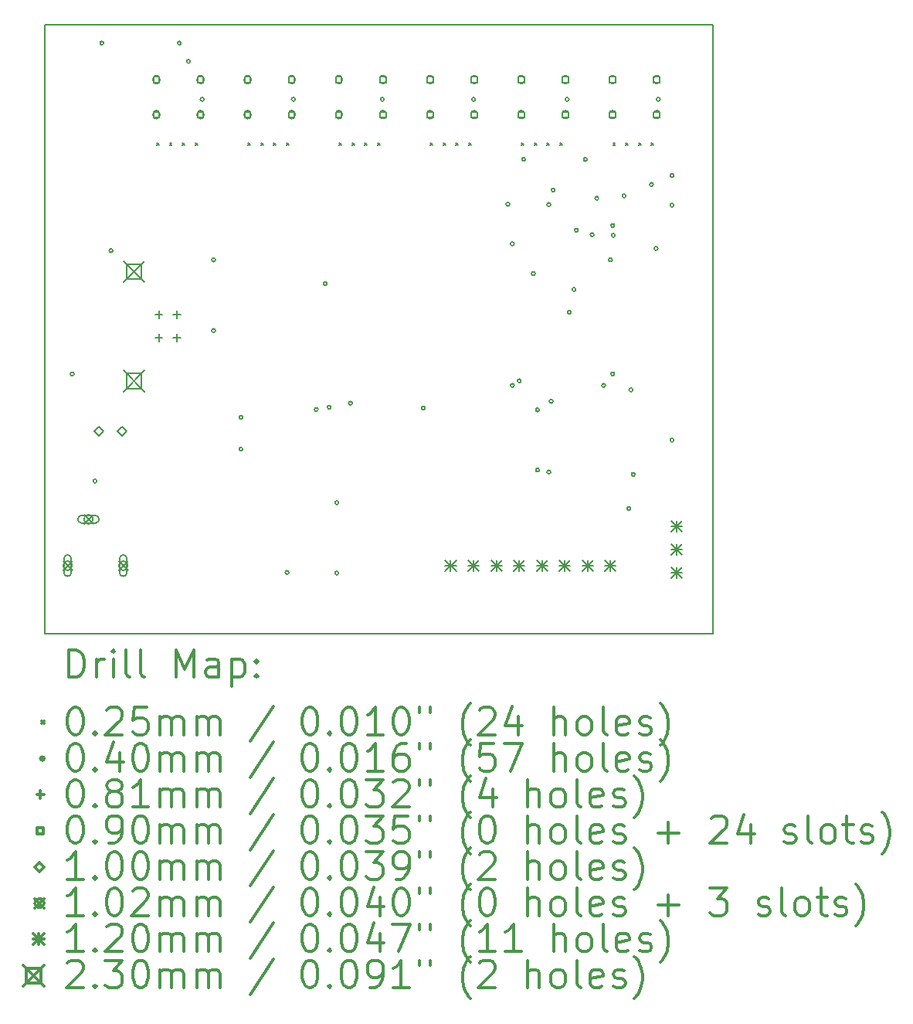
<source format=gbr>
%FSLAX45Y45*%
G04 Gerber Fmt 4.5, Leading zero omitted, Abs format (unit mm)*
G04 Created by KiCad (PCBNEW 4.0.1-stable) date 17.05.2016 13:35:22*
%MOMM*%
G01*
G04 APERTURE LIST*
%ADD10C,0.127000*%
%ADD11C,0.150000*%
%ADD12C,0.200000*%
%ADD13C,0.300000*%
G04 APERTURE END LIST*
D10*
D11*
X9525000Y-4850000D02*
X16850000Y-4850000D01*
X9525000Y-11525000D02*
X9525000Y-4850000D01*
X16850000Y-11525000D02*
X9525000Y-11525000D01*
X16850000Y-4850000D02*
X16850000Y-11525000D01*
D12*
X10752500Y-6148500D02*
X10777500Y-6173500D01*
X10777500Y-6148500D02*
X10752500Y-6173500D01*
X10892500Y-6148500D02*
X10917500Y-6173500D01*
X10917500Y-6148500D02*
X10892500Y-6173500D01*
X11032500Y-6148500D02*
X11057500Y-6173500D01*
X11057500Y-6148500D02*
X11032500Y-6173500D01*
X11172500Y-6148500D02*
X11197500Y-6173500D01*
X11197500Y-6148500D02*
X11172500Y-6173500D01*
X11752500Y-6148500D02*
X11777500Y-6173500D01*
X11777500Y-6148500D02*
X11752500Y-6173500D01*
X11892500Y-6148500D02*
X11917500Y-6173500D01*
X11917500Y-6148500D02*
X11892500Y-6173500D01*
X12032500Y-6148500D02*
X12057500Y-6173500D01*
X12057500Y-6148500D02*
X12032500Y-6173500D01*
X12172500Y-6148500D02*
X12197500Y-6173500D01*
X12197500Y-6148500D02*
X12172500Y-6173500D01*
X12752500Y-6148500D02*
X12777500Y-6173500D01*
X12777500Y-6148500D02*
X12752500Y-6173500D01*
X12892500Y-6148500D02*
X12917500Y-6173500D01*
X12917500Y-6148500D02*
X12892500Y-6173500D01*
X13032500Y-6148500D02*
X13057500Y-6173500D01*
X13057500Y-6148500D02*
X13032500Y-6173500D01*
X13172500Y-6148500D02*
X13197500Y-6173500D01*
X13197500Y-6148500D02*
X13172500Y-6173500D01*
X13752500Y-6148500D02*
X13777500Y-6173500D01*
X13777500Y-6148500D02*
X13752500Y-6173500D01*
X13892500Y-6148500D02*
X13917500Y-6173500D01*
X13917500Y-6148500D02*
X13892500Y-6173500D01*
X14032500Y-6148500D02*
X14057500Y-6173500D01*
X14057500Y-6148500D02*
X14032500Y-6173500D01*
X14172500Y-6148500D02*
X14197500Y-6173500D01*
X14197500Y-6148500D02*
X14172500Y-6173500D01*
X14752500Y-6148500D02*
X14777500Y-6173500D01*
X14777500Y-6148500D02*
X14752500Y-6173500D01*
X14892500Y-6148500D02*
X14917500Y-6173500D01*
X14917500Y-6148500D02*
X14892500Y-6173500D01*
X15032500Y-6148500D02*
X15057500Y-6173500D01*
X15057500Y-6148500D02*
X15032500Y-6173500D01*
X15172500Y-6148500D02*
X15197500Y-6173500D01*
X15197500Y-6148500D02*
X15172500Y-6173500D01*
X15752500Y-6148500D02*
X15777500Y-6173500D01*
X15777500Y-6148500D02*
X15752500Y-6173500D01*
X15892500Y-6148500D02*
X15917500Y-6173500D01*
X15917500Y-6148500D02*
X15892500Y-6173500D01*
X16032500Y-6148500D02*
X16057500Y-6173500D01*
X16057500Y-6148500D02*
X16032500Y-6173500D01*
X16172500Y-6148500D02*
X16197500Y-6173500D01*
X16197500Y-6148500D02*
X16172500Y-6173500D01*
X9845000Y-8675000D02*
G75*
G03X9845000Y-8675000I-20000J0D01*
G01*
X10095000Y-9850000D02*
G75*
G03X10095000Y-9850000I-20000J0D01*
G01*
X10170000Y-5050000D02*
G75*
G03X10170000Y-5050000I-20000J0D01*
G01*
X10270000Y-7325000D02*
G75*
G03X10270000Y-7325000I-20000J0D01*
G01*
X11020000Y-5050000D02*
G75*
G03X11020000Y-5050000I-20000J0D01*
G01*
X11120000Y-5250000D02*
G75*
G03X11120000Y-5250000I-20000J0D01*
G01*
X11270000Y-5666466D02*
G75*
G03X11270000Y-5666466I-20000J0D01*
G01*
X11395000Y-7425000D02*
G75*
G03X11395000Y-7425000I-20000J0D01*
G01*
X11395000Y-8200000D02*
G75*
G03X11395000Y-8200000I-20000J0D01*
G01*
X11695000Y-9150000D02*
G75*
G03X11695000Y-9150000I-20000J0D01*
G01*
X11695000Y-9500000D02*
G75*
G03X11695000Y-9500000I-20000J0D01*
G01*
X11695000Y-9500000D02*
G75*
G03X11695000Y-9500000I-20000J0D01*
G01*
X12199856Y-10850000D02*
G75*
G03X12199856Y-10850000I-20000J0D01*
G01*
X12270000Y-5666466D02*
G75*
G03X12270000Y-5666466I-20000J0D01*
G01*
X12520000Y-9065000D02*
G75*
G03X12520000Y-9065000I-20000J0D01*
G01*
X12620000Y-7685000D02*
G75*
G03X12620000Y-7685000I-20000J0D01*
G01*
X12662502Y-9038541D02*
G75*
G03X12662502Y-9038541I-20000J0D01*
G01*
X12745000Y-10084985D02*
G75*
G03X12745000Y-10084985I-20000J0D01*
G01*
X12745000Y-10857500D02*
G75*
G03X12745000Y-10857500I-20000J0D01*
G01*
X12895000Y-8995000D02*
G75*
G03X12895000Y-8995000I-20000J0D01*
G01*
X13245000Y-5666466D02*
G75*
G03X13245000Y-5666466I-20000J0D01*
G01*
X13695000Y-9050000D02*
G75*
G03X13695000Y-9050000I-20000J0D01*
G01*
X14245000Y-5666466D02*
G75*
G03X14245000Y-5666466I-20000J0D01*
G01*
X14621000Y-6816000D02*
G75*
G03X14621000Y-6816000I-20000J0D01*
G01*
X14670000Y-7250000D02*
G75*
G03X14670000Y-7250000I-20000J0D01*
G01*
X14670000Y-8800000D02*
G75*
G03X14670000Y-8800000I-20000J0D01*
G01*
X14745000Y-8750000D02*
G75*
G03X14745000Y-8750000I-20000J0D01*
G01*
X14795000Y-6325000D02*
G75*
G03X14795000Y-6325000I-20000J0D01*
G01*
X14900000Y-7575000D02*
G75*
G03X14900000Y-7575000I-20000J0D01*
G01*
X14945000Y-9067986D02*
G75*
G03X14945000Y-9067986I-20000J0D01*
G01*
X14945000Y-9727999D02*
G75*
G03X14945000Y-9727999I-20000J0D01*
G01*
X15070000Y-6820000D02*
G75*
G03X15070000Y-6820000I-20000J0D01*
G01*
X15070000Y-9750000D02*
G75*
G03X15070000Y-9750000I-20000J0D01*
G01*
X15095000Y-8975000D02*
G75*
G03X15095000Y-8975000I-20000J0D01*
G01*
X15117886Y-6660344D02*
G75*
G03X15117886Y-6660344I-20000J0D01*
G01*
X15270000Y-5666466D02*
G75*
G03X15270000Y-5666466I-20000J0D01*
G01*
X15295000Y-8000000D02*
G75*
G03X15295000Y-8000000I-20000J0D01*
G01*
X15345000Y-7750000D02*
G75*
G03X15345000Y-7750000I-20000J0D01*
G01*
X15372500Y-7100000D02*
G75*
G03X15372500Y-7100000I-20000J0D01*
G01*
X15470000Y-6325000D02*
G75*
G03X15470000Y-6325000I-20000J0D01*
G01*
X15545000Y-7150000D02*
G75*
G03X15545000Y-7150000I-20000J0D01*
G01*
X15595000Y-6750000D02*
G75*
G03X15595000Y-6750000I-20000J0D01*
G01*
X15670000Y-8800000D02*
G75*
G03X15670000Y-8800000I-20000J0D01*
G01*
X15745000Y-7425000D02*
G75*
G03X15745000Y-7425000I-20000J0D01*
G01*
X15770000Y-7050000D02*
G75*
G03X15770000Y-7050000I-20000J0D01*
G01*
X15770000Y-8675000D02*
G75*
G03X15770000Y-8675000I-20000J0D01*
G01*
X15776569Y-7156569D02*
G75*
G03X15776569Y-7156569I-20000J0D01*
G01*
X15895000Y-6725000D02*
G75*
G03X15895000Y-6725000I-20000J0D01*
G01*
X15945000Y-10150000D02*
G75*
G03X15945000Y-10150000I-20000J0D01*
G01*
X15970000Y-8850000D02*
G75*
G03X15970000Y-8850000I-20000J0D01*
G01*
X15995000Y-9775000D02*
G75*
G03X15995000Y-9775000I-20000J0D01*
G01*
X16195000Y-6600000D02*
G75*
G03X16195000Y-6600000I-20000J0D01*
G01*
X16245000Y-7300000D02*
G75*
G03X16245000Y-7300000I-20000J0D01*
G01*
X16270000Y-5666466D02*
G75*
G03X16270000Y-5666466I-20000J0D01*
G01*
X16420000Y-6500000D02*
G75*
G03X16420000Y-6500000I-20000J0D01*
G01*
X16420000Y-6825000D02*
G75*
G03X16420000Y-6825000I-20000J0D01*
G01*
X16420000Y-9400000D02*
G75*
G03X16420000Y-9400000I-20000J0D01*
G01*
X10775000Y-7984360D02*
X10775000Y-8065640D01*
X10734360Y-8025000D02*
X10815640Y-8025000D01*
X10775000Y-8238360D02*
X10775000Y-8319640D01*
X10734360Y-8279000D02*
X10815640Y-8279000D01*
X10974898Y-7984360D02*
X10974898Y-8065640D01*
X10934258Y-8025000D02*
X11015538Y-8025000D01*
X10974898Y-8238360D02*
X10974898Y-8319640D01*
X10934258Y-8279000D02*
X11015538Y-8279000D01*
X10779820Y-5481820D02*
X10779820Y-5418180D01*
X10716180Y-5418180D01*
X10716180Y-5481820D01*
X10779820Y-5481820D01*
X10713000Y-5440000D02*
X10713000Y-5460000D01*
X10783000Y-5440000D02*
X10783000Y-5460000D01*
X10713000Y-5460000D02*
G75*
G03X10783000Y-5460000I35000J0D01*
G01*
X10783000Y-5440000D02*
G75*
G03X10713000Y-5440000I-35000J0D01*
G01*
X10779820Y-5865820D02*
X10779820Y-5802180D01*
X10716180Y-5802180D01*
X10716180Y-5865820D01*
X10779820Y-5865820D01*
X10713000Y-5824000D02*
X10713000Y-5844000D01*
X10783000Y-5824000D02*
X10783000Y-5844000D01*
X10713000Y-5844000D02*
G75*
G03X10783000Y-5844000I35000J0D01*
G01*
X10783000Y-5824000D02*
G75*
G03X10713000Y-5824000I-35000J0D01*
G01*
X11263820Y-5481820D02*
X11263820Y-5418180D01*
X11200180Y-5418180D01*
X11200180Y-5481820D01*
X11263820Y-5481820D01*
X11197000Y-5440000D02*
X11197000Y-5460000D01*
X11267000Y-5440000D02*
X11267000Y-5460000D01*
X11197000Y-5460000D02*
G75*
G03X11267000Y-5460000I35000J0D01*
G01*
X11267000Y-5440000D02*
G75*
G03X11197000Y-5440000I-35000J0D01*
G01*
X11263820Y-5865820D02*
X11263820Y-5802180D01*
X11200180Y-5802180D01*
X11200180Y-5865820D01*
X11263820Y-5865820D01*
X11197000Y-5824000D02*
X11197000Y-5844000D01*
X11267000Y-5824000D02*
X11267000Y-5844000D01*
X11197000Y-5844000D02*
G75*
G03X11267000Y-5844000I35000J0D01*
G01*
X11267000Y-5824000D02*
G75*
G03X11197000Y-5824000I-35000J0D01*
G01*
X11779820Y-5481820D02*
X11779820Y-5418180D01*
X11716180Y-5418180D01*
X11716180Y-5481820D01*
X11779820Y-5481820D01*
X11713000Y-5440000D02*
X11713000Y-5460000D01*
X11783000Y-5440000D02*
X11783000Y-5460000D01*
X11713000Y-5460000D02*
G75*
G03X11783000Y-5460000I35000J0D01*
G01*
X11783000Y-5440000D02*
G75*
G03X11713000Y-5440000I-35000J0D01*
G01*
X11779820Y-5865820D02*
X11779820Y-5802180D01*
X11716180Y-5802180D01*
X11716180Y-5865820D01*
X11779820Y-5865820D01*
X11713000Y-5824000D02*
X11713000Y-5844000D01*
X11783000Y-5824000D02*
X11783000Y-5844000D01*
X11713000Y-5844000D02*
G75*
G03X11783000Y-5844000I35000J0D01*
G01*
X11783000Y-5824000D02*
G75*
G03X11713000Y-5824000I-35000J0D01*
G01*
X12263820Y-5481820D02*
X12263820Y-5418180D01*
X12200180Y-5418180D01*
X12200180Y-5481820D01*
X12263820Y-5481820D01*
X12197000Y-5440000D02*
X12197000Y-5460000D01*
X12267000Y-5440000D02*
X12267000Y-5460000D01*
X12197000Y-5460000D02*
G75*
G03X12267000Y-5460000I35000J0D01*
G01*
X12267000Y-5440000D02*
G75*
G03X12197000Y-5440000I-35000J0D01*
G01*
X12263820Y-5865820D02*
X12263820Y-5802180D01*
X12200180Y-5802180D01*
X12200180Y-5865820D01*
X12263820Y-5865820D01*
X12197000Y-5824000D02*
X12197000Y-5844000D01*
X12267000Y-5824000D02*
X12267000Y-5844000D01*
X12197000Y-5844000D02*
G75*
G03X12267000Y-5844000I35000J0D01*
G01*
X12267000Y-5824000D02*
G75*
G03X12197000Y-5824000I-35000J0D01*
G01*
X12779820Y-5481820D02*
X12779820Y-5418180D01*
X12716180Y-5418180D01*
X12716180Y-5481820D01*
X12779820Y-5481820D01*
X12713000Y-5440000D02*
X12713000Y-5460000D01*
X12783000Y-5440000D02*
X12783000Y-5460000D01*
X12713000Y-5460000D02*
G75*
G03X12783000Y-5460000I35000J0D01*
G01*
X12783000Y-5440000D02*
G75*
G03X12713000Y-5440000I-35000J0D01*
G01*
X12779820Y-5865820D02*
X12779820Y-5802180D01*
X12716180Y-5802180D01*
X12716180Y-5865820D01*
X12779820Y-5865820D01*
X12713000Y-5824000D02*
X12713000Y-5844000D01*
X12783000Y-5824000D02*
X12783000Y-5844000D01*
X12713000Y-5844000D02*
G75*
G03X12783000Y-5844000I35000J0D01*
G01*
X12783000Y-5824000D02*
G75*
G03X12713000Y-5824000I-35000J0D01*
G01*
X13263820Y-5481820D02*
X13263820Y-5418180D01*
X13200180Y-5418180D01*
X13200180Y-5481820D01*
X13263820Y-5481820D01*
X13197000Y-5440000D02*
X13197000Y-5460000D01*
X13267000Y-5440000D02*
X13267000Y-5460000D01*
X13197000Y-5460000D02*
G75*
G03X13267000Y-5460000I35000J0D01*
G01*
X13267000Y-5440000D02*
G75*
G03X13197000Y-5440000I-35000J0D01*
G01*
X13263820Y-5865820D02*
X13263820Y-5802180D01*
X13200180Y-5802180D01*
X13200180Y-5865820D01*
X13263820Y-5865820D01*
X13197000Y-5824000D02*
X13197000Y-5844000D01*
X13267000Y-5824000D02*
X13267000Y-5844000D01*
X13197000Y-5844000D02*
G75*
G03X13267000Y-5844000I35000J0D01*
G01*
X13267000Y-5824000D02*
G75*
G03X13197000Y-5824000I-35000J0D01*
G01*
X13779820Y-5481820D02*
X13779820Y-5418180D01*
X13716180Y-5418180D01*
X13716180Y-5481820D01*
X13779820Y-5481820D01*
X13713000Y-5440000D02*
X13713000Y-5460000D01*
X13783000Y-5440000D02*
X13783000Y-5460000D01*
X13713000Y-5460000D02*
G75*
G03X13783000Y-5460000I35000J0D01*
G01*
X13783000Y-5440000D02*
G75*
G03X13713000Y-5440000I-35000J0D01*
G01*
X13779820Y-5865820D02*
X13779820Y-5802180D01*
X13716180Y-5802180D01*
X13716180Y-5865820D01*
X13779820Y-5865820D01*
X13713000Y-5824000D02*
X13713000Y-5844000D01*
X13783000Y-5824000D02*
X13783000Y-5844000D01*
X13713000Y-5844000D02*
G75*
G03X13783000Y-5844000I35000J0D01*
G01*
X13783000Y-5824000D02*
G75*
G03X13713000Y-5824000I-35000J0D01*
G01*
X14263820Y-5481820D02*
X14263820Y-5418180D01*
X14200180Y-5418180D01*
X14200180Y-5481820D01*
X14263820Y-5481820D01*
X14197000Y-5440000D02*
X14197000Y-5460000D01*
X14267000Y-5440000D02*
X14267000Y-5460000D01*
X14197000Y-5460000D02*
G75*
G03X14267000Y-5460000I35000J0D01*
G01*
X14267000Y-5440000D02*
G75*
G03X14197000Y-5440000I-35000J0D01*
G01*
X14263820Y-5865820D02*
X14263820Y-5802180D01*
X14200180Y-5802180D01*
X14200180Y-5865820D01*
X14263820Y-5865820D01*
X14197000Y-5824000D02*
X14197000Y-5844000D01*
X14267000Y-5824000D02*
X14267000Y-5844000D01*
X14197000Y-5844000D02*
G75*
G03X14267000Y-5844000I35000J0D01*
G01*
X14267000Y-5824000D02*
G75*
G03X14197000Y-5824000I-35000J0D01*
G01*
X14779820Y-5481820D02*
X14779820Y-5418180D01*
X14716180Y-5418180D01*
X14716180Y-5481820D01*
X14779820Y-5481820D01*
X14713000Y-5440000D02*
X14713000Y-5460000D01*
X14783000Y-5440000D02*
X14783000Y-5460000D01*
X14713000Y-5460000D02*
G75*
G03X14783000Y-5460000I35000J0D01*
G01*
X14783000Y-5440000D02*
G75*
G03X14713000Y-5440000I-35000J0D01*
G01*
X14779820Y-5865820D02*
X14779820Y-5802180D01*
X14716180Y-5802180D01*
X14716180Y-5865820D01*
X14779820Y-5865820D01*
X14713000Y-5824000D02*
X14713000Y-5844000D01*
X14783000Y-5824000D02*
X14783000Y-5844000D01*
X14713000Y-5844000D02*
G75*
G03X14783000Y-5844000I35000J0D01*
G01*
X14783000Y-5824000D02*
G75*
G03X14713000Y-5824000I-35000J0D01*
G01*
X15263820Y-5481820D02*
X15263820Y-5418180D01*
X15200180Y-5418180D01*
X15200180Y-5481820D01*
X15263820Y-5481820D01*
X15197000Y-5440000D02*
X15197000Y-5460000D01*
X15267000Y-5440000D02*
X15267000Y-5460000D01*
X15197000Y-5460000D02*
G75*
G03X15267000Y-5460000I35000J0D01*
G01*
X15267000Y-5440000D02*
G75*
G03X15197000Y-5440000I-35000J0D01*
G01*
X15263820Y-5865820D02*
X15263820Y-5802180D01*
X15200180Y-5802180D01*
X15200180Y-5865820D01*
X15263820Y-5865820D01*
X15197000Y-5824000D02*
X15197000Y-5844000D01*
X15267000Y-5824000D02*
X15267000Y-5844000D01*
X15197000Y-5844000D02*
G75*
G03X15267000Y-5844000I35000J0D01*
G01*
X15267000Y-5824000D02*
G75*
G03X15197000Y-5824000I-35000J0D01*
G01*
X15779820Y-5481820D02*
X15779820Y-5418180D01*
X15716180Y-5418180D01*
X15716180Y-5481820D01*
X15779820Y-5481820D01*
X15713000Y-5440000D02*
X15713000Y-5460000D01*
X15783000Y-5440000D02*
X15783000Y-5460000D01*
X15713000Y-5460000D02*
G75*
G03X15783000Y-5460000I35000J0D01*
G01*
X15783000Y-5440000D02*
G75*
G03X15713000Y-5440000I-35000J0D01*
G01*
X15779820Y-5865820D02*
X15779820Y-5802180D01*
X15716180Y-5802180D01*
X15716180Y-5865820D01*
X15779820Y-5865820D01*
X15713000Y-5824000D02*
X15713000Y-5844000D01*
X15783000Y-5824000D02*
X15783000Y-5844000D01*
X15713000Y-5844000D02*
G75*
G03X15783000Y-5844000I35000J0D01*
G01*
X15783000Y-5824000D02*
G75*
G03X15713000Y-5824000I-35000J0D01*
G01*
X16263820Y-5481820D02*
X16263820Y-5418180D01*
X16200180Y-5418180D01*
X16200180Y-5481820D01*
X16263820Y-5481820D01*
X16197000Y-5440000D02*
X16197000Y-5460000D01*
X16267000Y-5440000D02*
X16267000Y-5460000D01*
X16197000Y-5460000D02*
G75*
G03X16267000Y-5460000I35000J0D01*
G01*
X16267000Y-5440000D02*
G75*
G03X16197000Y-5440000I-35000J0D01*
G01*
X16263820Y-5865820D02*
X16263820Y-5802180D01*
X16200180Y-5802180D01*
X16200180Y-5865820D01*
X16263820Y-5865820D01*
X16197000Y-5824000D02*
X16197000Y-5844000D01*
X16267000Y-5824000D02*
X16267000Y-5844000D01*
X16197000Y-5844000D02*
G75*
G03X16267000Y-5844000I35000J0D01*
G01*
X16267000Y-5824000D02*
G75*
G03X16197000Y-5824000I-35000J0D01*
G01*
X10121000Y-9350038D02*
X10171038Y-9300000D01*
X10121000Y-9249962D01*
X10070962Y-9300000D01*
X10121000Y-9350038D01*
X10375000Y-9350038D02*
X10425038Y-9300000D01*
X10375000Y-9249962D01*
X10324962Y-9300000D01*
X10375000Y-9350038D01*
X9724200Y-10724200D02*
X9825800Y-10825800D01*
X9825800Y-10724200D02*
X9724200Y-10825800D01*
X9825800Y-10775000D02*
G75*
G03X9825800Y-10775000I-50800J0D01*
G01*
X9734200Y-10698800D02*
X9734200Y-10851200D01*
X9815800Y-10698800D02*
X9815800Y-10851200D01*
X9734200Y-10851200D02*
G75*
G03X9815800Y-10851200I40800J0D01*
G01*
X9815800Y-10698800D02*
G75*
G03X9734200Y-10698800I-40800J0D01*
G01*
X9952800Y-10216200D02*
X10054400Y-10317800D01*
X10054400Y-10216200D02*
X9952800Y-10317800D01*
X10054400Y-10267000D02*
G75*
G03X10054400Y-10267000I-50800J0D01*
G01*
X9927400Y-10307800D02*
X10079800Y-10307800D01*
X9927400Y-10226200D02*
X10079800Y-10226200D01*
X10079800Y-10307800D02*
G75*
G03X10079800Y-10226200I0J40800D01*
G01*
X9927400Y-10226200D02*
G75*
G03X9927400Y-10307800I0J-40800D01*
G01*
X10333800Y-10724200D02*
X10435400Y-10825800D01*
X10435400Y-10724200D02*
X10333800Y-10825800D01*
X10435400Y-10775000D02*
G75*
G03X10435400Y-10775000I-50800J0D01*
G01*
X10343800Y-10698800D02*
X10343800Y-10851200D01*
X10425400Y-10698800D02*
X10425400Y-10851200D01*
X10343800Y-10851200D02*
G75*
G03X10425400Y-10851200I40800J0D01*
G01*
X10425400Y-10698800D02*
G75*
G03X10343800Y-10698800I-40800J0D01*
G01*
X13913700Y-10715000D02*
X14033700Y-10835000D01*
X14033700Y-10715000D02*
X13913700Y-10835000D01*
X13973700Y-10715000D02*
X13973700Y-10835000D01*
X13913700Y-10775000D02*
X14033700Y-10775000D01*
X14165000Y-10715000D02*
X14285000Y-10835000D01*
X14285000Y-10715000D02*
X14165000Y-10835000D01*
X14225000Y-10715000D02*
X14225000Y-10835000D01*
X14165000Y-10775000D02*
X14285000Y-10775000D01*
X14415000Y-10715000D02*
X14535000Y-10835000D01*
X14535000Y-10715000D02*
X14415000Y-10835000D01*
X14475000Y-10715000D02*
X14475000Y-10835000D01*
X14415000Y-10775000D02*
X14535000Y-10775000D01*
X14665000Y-10715000D02*
X14785000Y-10835000D01*
X14785000Y-10715000D02*
X14665000Y-10835000D01*
X14725000Y-10715000D02*
X14725000Y-10835000D01*
X14665000Y-10775000D02*
X14785000Y-10775000D01*
X14915000Y-10715000D02*
X15035000Y-10835000D01*
X15035000Y-10715000D02*
X14915000Y-10835000D01*
X14975000Y-10715000D02*
X14975000Y-10835000D01*
X14915000Y-10775000D02*
X15035000Y-10775000D01*
X15165000Y-10715000D02*
X15285000Y-10835000D01*
X15285000Y-10715000D02*
X15165000Y-10835000D01*
X15225000Y-10715000D02*
X15225000Y-10835000D01*
X15165000Y-10775000D02*
X15285000Y-10775000D01*
X15415000Y-10715000D02*
X15535000Y-10835000D01*
X15535000Y-10715000D02*
X15415000Y-10835000D01*
X15475000Y-10715000D02*
X15475000Y-10835000D01*
X15415000Y-10775000D02*
X15535000Y-10775000D01*
X15665000Y-10715000D02*
X15785000Y-10835000D01*
X15785000Y-10715000D02*
X15665000Y-10835000D01*
X15725000Y-10715000D02*
X15725000Y-10835000D01*
X15665000Y-10775000D02*
X15785000Y-10775000D01*
X16390000Y-10286000D02*
X16510000Y-10406000D01*
X16510000Y-10286000D02*
X16390000Y-10406000D01*
X16450000Y-10286000D02*
X16450000Y-10406000D01*
X16390000Y-10346000D02*
X16510000Y-10346000D01*
X16390000Y-10536000D02*
X16510000Y-10656000D01*
X16510000Y-10536000D02*
X16390000Y-10656000D01*
X16450000Y-10536000D02*
X16450000Y-10656000D01*
X16390000Y-10596000D02*
X16510000Y-10596000D01*
X16390000Y-10790000D02*
X16510000Y-10910000D01*
X16510000Y-10790000D02*
X16390000Y-10910000D01*
X16450000Y-10790000D02*
X16450000Y-10910000D01*
X16390000Y-10850000D02*
X16510000Y-10850000D01*
X10389936Y-7436990D02*
X10620060Y-7667114D01*
X10620060Y-7436990D02*
X10389936Y-7667114D01*
X10586360Y-7633414D02*
X10586360Y-7470690D01*
X10423636Y-7470690D01*
X10423636Y-7633414D01*
X10586360Y-7633414D01*
X10389936Y-8636886D02*
X10620060Y-8867010D01*
X10620060Y-8636886D02*
X10389936Y-8867010D01*
X10586360Y-8833310D02*
X10586360Y-8670586D01*
X10423636Y-8670586D01*
X10423636Y-8833310D01*
X10586360Y-8833310D01*
D13*
X9788929Y-11998214D02*
X9788929Y-11698214D01*
X9860357Y-11698214D01*
X9903214Y-11712500D01*
X9931786Y-11741071D01*
X9946071Y-11769643D01*
X9960357Y-11826786D01*
X9960357Y-11869643D01*
X9946071Y-11926786D01*
X9931786Y-11955357D01*
X9903214Y-11983929D01*
X9860357Y-11998214D01*
X9788929Y-11998214D01*
X10088929Y-11998214D02*
X10088929Y-11798214D01*
X10088929Y-11855357D02*
X10103214Y-11826786D01*
X10117500Y-11812500D01*
X10146071Y-11798214D01*
X10174643Y-11798214D01*
X10274643Y-11998214D02*
X10274643Y-11798214D01*
X10274643Y-11698214D02*
X10260357Y-11712500D01*
X10274643Y-11726786D01*
X10288929Y-11712500D01*
X10274643Y-11698214D01*
X10274643Y-11726786D01*
X10460357Y-11998214D02*
X10431786Y-11983929D01*
X10417500Y-11955357D01*
X10417500Y-11698214D01*
X10617500Y-11998214D02*
X10588929Y-11983929D01*
X10574643Y-11955357D01*
X10574643Y-11698214D01*
X10960357Y-11998214D02*
X10960357Y-11698214D01*
X11060357Y-11912500D01*
X11160357Y-11698214D01*
X11160357Y-11998214D01*
X11431786Y-11998214D02*
X11431786Y-11841071D01*
X11417500Y-11812500D01*
X11388928Y-11798214D01*
X11331786Y-11798214D01*
X11303214Y-11812500D01*
X11431786Y-11983929D02*
X11403214Y-11998214D01*
X11331786Y-11998214D01*
X11303214Y-11983929D01*
X11288928Y-11955357D01*
X11288928Y-11926786D01*
X11303214Y-11898214D01*
X11331786Y-11883929D01*
X11403214Y-11883929D01*
X11431786Y-11869643D01*
X11574643Y-11798214D02*
X11574643Y-12098214D01*
X11574643Y-11812500D02*
X11603214Y-11798214D01*
X11660357Y-11798214D01*
X11688928Y-11812500D01*
X11703214Y-11826786D01*
X11717500Y-11855357D01*
X11717500Y-11941071D01*
X11703214Y-11969643D01*
X11688928Y-11983929D01*
X11660357Y-11998214D01*
X11603214Y-11998214D01*
X11574643Y-11983929D01*
X11846071Y-11969643D02*
X11860357Y-11983929D01*
X11846071Y-11998214D01*
X11831786Y-11983929D01*
X11846071Y-11969643D01*
X11846071Y-11998214D01*
X11846071Y-11812500D02*
X11860357Y-11826786D01*
X11846071Y-11841071D01*
X11831786Y-11826786D01*
X11846071Y-11812500D01*
X11846071Y-11841071D01*
X9492500Y-12480000D02*
X9517500Y-12505000D01*
X9517500Y-12480000D02*
X9492500Y-12505000D01*
X9846071Y-12328214D02*
X9874643Y-12328214D01*
X9903214Y-12342500D01*
X9917500Y-12356786D01*
X9931786Y-12385357D01*
X9946071Y-12442500D01*
X9946071Y-12513929D01*
X9931786Y-12571071D01*
X9917500Y-12599643D01*
X9903214Y-12613929D01*
X9874643Y-12628214D01*
X9846071Y-12628214D01*
X9817500Y-12613929D01*
X9803214Y-12599643D01*
X9788929Y-12571071D01*
X9774643Y-12513929D01*
X9774643Y-12442500D01*
X9788929Y-12385357D01*
X9803214Y-12356786D01*
X9817500Y-12342500D01*
X9846071Y-12328214D01*
X10074643Y-12599643D02*
X10088929Y-12613929D01*
X10074643Y-12628214D01*
X10060357Y-12613929D01*
X10074643Y-12599643D01*
X10074643Y-12628214D01*
X10203214Y-12356786D02*
X10217500Y-12342500D01*
X10246071Y-12328214D01*
X10317500Y-12328214D01*
X10346071Y-12342500D01*
X10360357Y-12356786D01*
X10374643Y-12385357D01*
X10374643Y-12413929D01*
X10360357Y-12456786D01*
X10188928Y-12628214D01*
X10374643Y-12628214D01*
X10646071Y-12328214D02*
X10503214Y-12328214D01*
X10488929Y-12471071D01*
X10503214Y-12456786D01*
X10531786Y-12442500D01*
X10603214Y-12442500D01*
X10631786Y-12456786D01*
X10646071Y-12471071D01*
X10660357Y-12499643D01*
X10660357Y-12571071D01*
X10646071Y-12599643D01*
X10631786Y-12613929D01*
X10603214Y-12628214D01*
X10531786Y-12628214D01*
X10503214Y-12613929D01*
X10488929Y-12599643D01*
X10788929Y-12628214D02*
X10788929Y-12428214D01*
X10788929Y-12456786D02*
X10803214Y-12442500D01*
X10831786Y-12428214D01*
X10874643Y-12428214D01*
X10903214Y-12442500D01*
X10917500Y-12471071D01*
X10917500Y-12628214D01*
X10917500Y-12471071D02*
X10931786Y-12442500D01*
X10960357Y-12428214D01*
X11003214Y-12428214D01*
X11031786Y-12442500D01*
X11046071Y-12471071D01*
X11046071Y-12628214D01*
X11188928Y-12628214D02*
X11188928Y-12428214D01*
X11188928Y-12456786D02*
X11203214Y-12442500D01*
X11231786Y-12428214D01*
X11274643Y-12428214D01*
X11303214Y-12442500D01*
X11317500Y-12471071D01*
X11317500Y-12628214D01*
X11317500Y-12471071D02*
X11331786Y-12442500D01*
X11360357Y-12428214D01*
X11403214Y-12428214D01*
X11431786Y-12442500D01*
X11446071Y-12471071D01*
X11446071Y-12628214D01*
X12031786Y-12313929D02*
X11774643Y-12699643D01*
X12417500Y-12328214D02*
X12446071Y-12328214D01*
X12474643Y-12342500D01*
X12488928Y-12356786D01*
X12503214Y-12385357D01*
X12517500Y-12442500D01*
X12517500Y-12513929D01*
X12503214Y-12571071D01*
X12488928Y-12599643D01*
X12474643Y-12613929D01*
X12446071Y-12628214D01*
X12417500Y-12628214D01*
X12388928Y-12613929D01*
X12374643Y-12599643D01*
X12360357Y-12571071D01*
X12346071Y-12513929D01*
X12346071Y-12442500D01*
X12360357Y-12385357D01*
X12374643Y-12356786D01*
X12388928Y-12342500D01*
X12417500Y-12328214D01*
X12646071Y-12599643D02*
X12660357Y-12613929D01*
X12646071Y-12628214D01*
X12631786Y-12613929D01*
X12646071Y-12599643D01*
X12646071Y-12628214D01*
X12846071Y-12328214D02*
X12874643Y-12328214D01*
X12903214Y-12342500D01*
X12917500Y-12356786D01*
X12931785Y-12385357D01*
X12946071Y-12442500D01*
X12946071Y-12513929D01*
X12931785Y-12571071D01*
X12917500Y-12599643D01*
X12903214Y-12613929D01*
X12874643Y-12628214D01*
X12846071Y-12628214D01*
X12817500Y-12613929D01*
X12803214Y-12599643D01*
X12788928Y-12571071D01*
X12774643Y-12513929D01*
X12774643Y-12442500D01*
X12788928Y-12385357D01*
X12803214Y-12356786D01*
X12817500Y-12342500D01*
X12846071Y-12328214D01*
X13231785Y-12628214D02*
X13060357Y-12628214D01*
X13146071Y-12628214D02*
X13146071Y-12328214D01*
X13117500Y-12371071D01*
X13088928Y-12399643D01*
X13060357Y-12413929D01*
X13417500Y-12328214D02*
X13446071Y-12328214D01*
X13474643Y-12342500D01*
X13488928Y-12356786D01*
X13503214Y-12385357D01*
X13517500Y-12442500D01*
X13517500Y-12513929D01*
X13503214Y-12571071D01*
X13488928Y-12599643D01*
X13474643Y-12613929D01*
X13446071Y-12628214D01*
X13417500Y-12628214D01*
X13388928Y-12613929D01*
X13374643Y-12599643D01*
X13360357Y-12571071D01*
X13346071Y-12513929D01*
X13346071Y-12442500D01*
X13360357Y-12385357D01*
X13374643Y-12356786D01*
X13388928Y-12342500D01*
X13417500Y-12328214D01*
X13631786Y-12328214D02*
X13631786Y-12385357D01*
X13746071Y-12328214D02*
X13746071Y-12385357D01*
X14188928Y-12742500D02*
X14174643Y-12728214D01*
X14146071Y-12685357D01*
X14131785Y-12656786D01*
X14117500Y-12613929D01*
X14103214Y-12542500D01*
X14103214Y-12485357D01*
X14117500Y-12413929D01*
X14131785Y-12371071D01*
X14146071Y-12342500D01*
X14174643Y-12299643D01*
X14188928Y-12285357D01*
X14288928Y-12356786D02*
X14303214Y-12342500D01*
X14331785Y-12328214D01*
X14403214Y-12328214D01*
X14431785Y-12342500D01*
X14446071Y-12356786D01*
X14460357Y-12385357D01*
X14460357Y-12413929D01*
X14446071Y-12456786D01*
X14274643Y-12628214D01*
X14460357Y-12628214D01*
X14717500Y-12428214D02*
X14717500Y-12628214D01*
X14646071Y-12313929D02*
X14574643Y-12528214D01*
X14760357Y-12528214D01*
X15103214Y-12628214D02*
X15103214Y-12328214D01*
X15231785Y-12628214D02*
X15231785Y-12471071D01*
X15217500Y-12442500D01*
X15188928Y-12428214D01*
X15146071Y-12428214D01*
X15117500Y-12442500D01*
X15103214Y-12456786D01*
X15417500Y-12628214D02*
X15388928Y-12613929D01*
X15374643Y-12599643D01*
X15360357Y-12571071D01*
X15360357Y-12485357D01*
X15374643Y-12456786D01*
X15388928Y-12442500D01*
X15417500Y-12428214D01*
X15460357Y-12428214D01*
X15488928Y-12442500D01*
X15503214Y-12456786D01*
X15517500Y-12485357D01*
X15517500Y-12571071D01*
X15503214Y-12599643D01*
X15488928Y-12613929D01*
X15460357Y-12628214D01*
X15417500Y-12628214D01*
X15688928Y-12628214D02*
X15660357Y-12613929D01*
X15646071Y-12585357D01*
X15646071Y-12328214D01*
X15917500Y-12613929D02*
X15888928Y-12628214D01*
X15831786Y-12628214D01*
X15803214Y-12613929D01*
X15788928Y-12585357D01*
X15788928Y-12471071D01*
X15803214Y-12442500D01*
X15831786Y-12428214D01*
X15888928Y-12428214D01*
X15917500Y-12442500D01*
X15931786Y-12471071D01*
X15931786Y-12499643D01*
X15788928Y-12528214D01*
X16046071Y-12613929D02*
X16074643Y-12628214D01*
X16131786Y-12628214D01*
X16160357Y-12613929D01*
X16174643Y-12585357D01*
X16174643Y-12571071D01*
X16160357Y-12542500D01*
X16131786Y-12528214D01*
X16088928Y-12528214D01*
X16060357Y-12513929D01*
X16046071Y-12485357D01*
X16046071Y-12471071D01*
X16060357Y-12442500D01*
X16088928Y-12428214D01*
X16131786Y-12428214D01*
X16160357Y-12442500D01*
X16274643Y-12742500D02*
X16288928Y-12728214D01*
X16317500Y-12685357D01*
X16331786Y-12656786D01*
X16346071Y-12613929D01*
X16360357Y-12542500D01*
X16360357Y-12485357D01*
X16346071Y-12413929D01*
X16331786Y-12371071D01*
X16317500Y-12342500D01*
X16288928Y-12299643D01*
X16274643Y-12285357D01*
X9517500Y-12888500D02*
G75*
G03X9517500Y-12888500I-20000J0D01*
G01*
X9846071Y-12724214D02*
X9874643Y-12724214D01*
X9903214Y-12738500D01*
X9917500Y-12752786D01*
X9931786Y-12781357D01*
X9946071Y-12838500D01*
X9946071Y-12909929D01*
X9931786Y-12967071D01*
X9917500Y-12995643D01*
X9903214Y-13009929D01*
X9874643Y-13024214D01*
X9846071Y-13024214D01*
X9817500Y-13009929D01*
X9803214Y-12995643D01*
X9788929Y-12967071D01*
X9774643Y-12909929D01*
X9774643Y-12838500D01*
X9788929Y-12781357D01*
X9803214Y-12752786D01*
X9817500Y-12738500D01*
X9846071Y-12724214D01*
X10074643Y-12995643D02*
X10088929Y-13009929D01*
X10074643Y-13024214D01*
X10060357Y-13009929D01*
X10074643Y-12995643D01*
X10074643Y-13024214D01*
X10346071Y-12824214D02*
X10346071Y-13024214D01*
X10274643Y-12709929D02*
X10203214Y-12924214D01*
X10388928Y-12924214D01*
X10560357Y-12724214D02*
X10588929Y-12724214D01*
X10617500Y-12738500D01*
X10631786Y-12752786D01*
X10646071Y-12781357D01*
X10660357Y-12838500D01*
X10660357Y-12909929D01*
X10646071Y-12967071D01*
X10631786Y-12995643D01*
X10617500Y-13009929D01*
X10588929Y-13024214D01*
X10560357Y-13024214D01*
X10531786Y-13009929D01*
X10517500Y-12995643D01*
X10503214Y-12967071D01*
X10488929Y-12909929D01*
X10488929Y-12838500D01*
X10503214Y-12781357D01*
X10517500Y-12752786D01*
X10531786Y-12738500D01*
X10560357Y-12724214D01*
X10788929Y-13024214D02*
X10788929Y-12824214D01*
X10788929Y-12852786D02*
X10803214Y-12838500D01*
X10831786Y-12824214D01*
X10874643Y-12824214D01*
X10903214Y-12838500D01*
X10917500Y-12867071D01*
X10917500Y-13024214D01*
X10917500Y-12867071D02*
X10931786Y-12838500D01*
X10960357Y-12824214D01*
X11003214Y-12824214D01*
X11031786Y-12838500D01*
X11046071Y-12867071D01*
X11046071Y-13024214D01*
X11188928Y-13024214D02*
X11188928Y-12824214D01*
X11188928Y-12852786D02*
X11203214Y-12838500D01*
X11231786Y-12824214D01*
X11274643Y-12824214D01*
X11303214Y-12838500D01*
X11317500Y-12867071D01*
X11317500Y-13024214D01*
X11317500Y-12867071D02*
X11331786Y-12838500D01*
X11360357Y-12824214D01*
X11403214Y-12824214D01*
X11431786Y-12838500D01*
X11446071Y-12867071D01*
X11446071Y-13024214D01*
X12031786Y-12709929D02*
X11774643Y-13095643D01*
X12417500Y-12724214D02*
X12446071Y-12724214D01*
X12474643Y-12738500D01*
X12488928Y-12752786D01*
X12503214Y-12781357D01*
X12517500Y-12838500D01*
X12517500Y-12909929D01*
X12503214Y-12967071D01*
X12488928Y-12995643D01*
X12474643Y-13009929D01*
X12446071Y-13024214D01*
X12417500Y-13024214D01*
X12388928Y-13009929D01*
X12374643Y-12995643D01*
X12360357Y-12967071D01*
X12346071Y-12909929D01*
X12346071Y-12838500D01*
X12360357Y-12781357D01*
X12374643Y-12752786D01*
X12388928Y-12738500D01*
X12417500Y-12724214D01*
X12646071Y-12995643D02*
X12660357Y-13009929D01*
X12646071Y-13024214D01*
X12631786Y-13009929D01*
X12646071Y-12995643D01*
X12646071Y-13024214D01*
X12846071Y-12724214D02*
X12874643Y-12724214D01*
X12903214Y-12738500D01*
X12917500Y-12752786D01*
X12931785Y-12781357D01*
X12946071Y-12838500D01*
X12946071Y-12909929D01*
X12931785Y-12967071D01*
X12917500Y-12995643D01*
X12903214Y-13009929D01*
X12874643Y-13024214D01*
X12846071Y-13024214D01*
X12817500Y-13009929D01*
X12803214Y-12995643D01*
X12788928Y-12967071D01*
X12774643Y-12909929D01*
X12774643Y-12838500D01*
X12788928Y-12781357D01*
X12803214Y-12752786D01*
X12817500Y-12738500D01*
X12846071Y-12724214D01*
X13231785Y-13024214D02*
X13060357Y-13024214D01*
X13146071Y-13024214D02*
X13146071Y-12724214D01*
X13117500Y-12767071D01*
X13088928Y-12795643D01*
X13060357Y-12809929D01*
X13488928Y-12724214D02*
X13431785Y-12724214D01*
X13403214Y-12738500D01*
X13388928Y-12752786D01*
X13360357Y-12795643D01*
X13346071Y-12852786D01*
X13346071Y-12967071D01*
X13360357Y-12995643D01*
X13374643Y-13009929D01*
X13403214Y-13024214D01*
X13460357Y-13024214D01*
X13488928Y-13009929D01*
X13503214Y-12995643D01*
X13517500Y-12967071D01*
X13517500Y-12895643D01*
X13503214Y-12867071D01*
X13488928Y-12852786D01*
X13460357Y-12838500D01*
X13403214Y-12838500D01*
X13374643Y-12852786D01*
X13360357Y-12867071D01*
X13346071Y-12895643D01*
X13631786Y-12724214D02*
X13631786Y-12781357D01*
X13746071Y-12724214D02*
X13746071Y-12781357D01*
X14188928Y-13138500D02*
X14174643Y-13124214D01*
X14146071Y-13081357D01*
X14131785Y-13052786D01*
X14117500Y-13009929D01*
X14103214Y-12938500D01*
X14103214Y-12881357D01*
X14117500Y-12809929D01*
X14131785Y-12767071D01*
X14146071Y-12738500D01*
X14174643Y-12695643D01*
X14188928Y-12681357D01*
X14446071Y-12724214D02*
X14303214Y-12724214D01*
X14288928Y-12867071D01*
X14303214Y-12852786D01*
X14331785Y-12838500D01*
X14403214Y-12838500D01*
X14431785Y-12852786D01*
X14446071Y-12867071D01*
X14460357Y-12895643D01*
X14460357Y-12967071D01*
X14446071Y-12995643D01*
X14431785Y-13009929D01*
X14403214Y-13024214D01*
X14331785Y-13024214D01*
X14303214Y-13009929D01*
X14288928Y-12995643D01*
X14560357Y-12724214D02*
X14760357Y-12724214D01*
X14631785Y-13024214D01*
X15103214Y-13024214D02*
X15103214Y-12724214D01*
X15231785Y-13024214D02*
X15231785Y-12867071D01*
X15217500Y-12838500D01*
X15188928Y-12824214D01*
X15146071Y-12824214D01*
X15117500Y-12838500D01*
X15103214Y-12852786D01*
X15417500Y-13024214D02*
X15388928Y-13009929D01*
X15374643Y-12995643D01*
X15360357Y-12967071D01*
X15360357Y-12881357D01*
X15374643Y-12852786D01*
X15388928Y-12838500D01*
X15417500Y-12824214D01*
X15460357Y-12824214D01*
X15488928Y-12838500D01*
X15503214Y-12852786D01*
X15517500Y-12881357D01*
X15517500Y-12967071D01*
X15503214Y-12995643D01*
X15488928Y-13009929D01*
X15460357Y-13024214D01*
X15417500Y-13024214D01*
X15688928Y-13024214D02*
X15660357Y-13009929D01*
X15646071Y-12981357D01*
X15646071Y-12724214D01*
X15917500Y-13009929D02*
X15888928Y-13024214D01*
X15831786Y-13024214D01*
X15803214Y-13009929D01*
X15788928Y-12981357D01*
X15788928Y-12867071D01*
X15803214Y-12838500D01*
X15831786Y-12824214D01*
X15888928Y-12824214D01*
X15917500Y-12838500D01*
X15931786Y-12867071D01*
X15931786Y-12895643D01*
X15788928Y-12924214D01*
X16046071Y-13009929D02*
X16074643Y-13024214D01*
X16131786Y-13024214D01*
X16160357Y-13009929D01*
X16174643Y-12981357D01*
X16174643Y-12967071D01*
X16160357Y-12938500D01*
X16131786Y-12924214D01*
X16088928Y-12924214D01*
X16060357Y-12909929D01*
X16046071Y-12881357D01*
X16046071Y-12867071D01*
X16060357Y-12838500D01*
X16088928Y-12824214D01*
X16131786Y-12824214D01*
X16160357Y-12838500D01*
X16274643Y-13138500D02*
X16288928Y-13124214D01*
X16317500Y-13081357D01*
X16331786Y-13052786D01*
X16346071Y-13009929D01*
X16360357Y-12938500D01*
X16360357Y-12881357D01*
X16346071Y-12809929D01*
X16331786Y-12767071D01*
X16317500Y-12738500D01*
X16288928Y-12695643D01*
X16274643Y-12681357D01*
X9476860Y-13243860D02*
X9476860Y-13325140D01*
X9436220Y-13284500D02*
X9517500Y-13284500D01*
X9846071Y-13120214D02*
X9874643Y-13120214D01*
X9903214Y-13134500D01*
X9917500Y-13148786D01*
X9931786Y-13177357D01*
X9946071Y-13234500D01*
X9946071Y-13305929D01*
X9931786Y-13363071D01*
X9917500Y-13391643D01*
X9903214Y-13405929D01*
X9874643Y-13420214D01*
X9846071Y-13420214D01*
X9817500Y-13405929D01*
X9803214Y-13391643D01*
X9788929Y-13363071D01*
X9774643Y-13305929D01*
X9774643Y-13234500D01*
X9788929Y-13177357D01*
X9803214Y-13148786D01*
X9817500Y-13134500D01*
X9846071Y-13120214D01*
X10074643Y-13391643D02*
X10088929Y-13405929D01*
X10074643Y-13420214D01*
X10060357Y-13405929D01*
X10074643Y-13391643D01*
X10074643Y-13420214D01*
X10260357Y-13248786D02*
X10231786Y-13234500D01*
X10217500Y-13220214D01*
X10203214Y-13191643D01*
X10203214Y-13177357D01*
X10217500Y-13148786D01*
X10231786Y-13134500D01*
X10260357Y-13120214D01*
X10317500Y-13120214D01*
X10346071Y-13134500D01*
X10360357Y-13148786D01*
X10374643Y-13177357D01*
X10374643Y-13191643D01*
X10360357Y-13220214D01*
X10346071Y-13234500D01*
X10317500Y-13248786D01*
X10260357Y-13248786D01*
X10231786Y-13263071D01*
X10217500Y-13277357D01*
X10203214Y-13305929D01*
X10203214Y-13363071D01*
X10217500Y-13391643D01*
X10231786Y-13405929D01*
X10260357Y-13420214D01*
X10317500Y-13420214D01*
X10346071Y-13405929D01*
X10360357Y-13391643D01*
X10374643Y-13363071D01*
X10374643Y-13305929D01*
X10360357Y-13277357D01*
X10346071Y-13263071D01*
X10317500Y-13248786D01*
X10660357Y-13420214D02*
X10488929Y-13420214D01*
X10574643Y-13420214D02*
X10574643Y-13120214D01*
X10546071Y-13163071D01*
X10517500Y-13191643D01*
X10488929Y-13205929D01*
X10788929Y-13420214D02*
X10788929Y-13220214D01*
X10788929Y-13248786D02*
X10803214Y-13234500D01*
X10831786Y-13220214D01*
X10874643Y-13220214D01*
X10903214Y-13234500D01*
X10917500Y-13263071D01*
X10917500Y-13420214D01*
X10917500Y-13263071D02*
X10931786Y-13234500D01*
X10960357Y-13220214D01*
X11003214Y-13220214D01*
X11031786Y-13234500D01*
X11046071Y-13263071D01*
X11046071Y-13420214D01*
X11188928Y-13420214D02*
X11188928Y-13220214D01*
X11188928Y-13248786D02*
X11203214Y-13234500D01*
X11231786Y-13220214D01*
X11274643Y-13220214D01*
X11303214Y-13234500D01*
X11317500Y-13263071D01*
X11317500Y-13420214D01*
X11317500Y-13263071D02*
X11331786Y-13234500D01*
X11360357Y-13220214D01*
X11403214Y-13220214D01*
X11431786Y-13234500D01*
X11446071Y-13263071D01*
X11446071Y-13420214D01*
X12031786Y-13105929D02*
X11774643Y-13491643D01*
X12417500Y-13120214D02*
X12446071Y-13120214D01*
X12474643Y-13134500D01*
X12488928Y-13148786D01*
X12503214Y-13177357D01*
X12517500Y-13234500D01*
X12517500Y-13305929D01*
X12503214Y-13363071D01*
X12488928Y-13391643D01*
X12474643Y-13405929D01*
X12446071Y-13420214D01*
X12417500Y-13420214D01*
X12388928Y-13405929D01*
X12374643Y-13391643D01*
X12360357Y-13363071D01*
X12346071Y-13305929D01*
X12346071Y-13234500D01*
X12360357Y-13177357D01*
X12374643Y-13148786D01*
X12388928Y-13134500D01*
X12417500Y-13120214D01*
X12646071Y-13391643D02*
X12660357Y-13405929D01*
X12646071Y-13420214D01*
X12631786Y-13405929D01*
X12646071Y-13391643D01*
X12646071Y-13420214D01*
X12846071Y-13120214D02*
X12874643Y-13120214D01*
X12903214Y-13134500D01*
X12917500Y-13148786D01*
X12931785Y-13177357D01*
X12946071Y-13234500D01*
X12946071Y-13305929D01*
X12931785Y-13363071D01*
X12917500Y-13391643D01*
X12903214Y-13405929D01*
X12874643Y-13420214D01*
X12846071Y-13420214D01*
X12817500Y-13405929D01*
X12803214Y-13391643D01*
X12788928Y-13363071D01*
X12774643Y-13305929D01*
X12774643Y-13234500D01*
X12788928Y-13177357D01*
X12803214Y-13148786D01*
X12817500Y-13134500D01*
X12846071Y-13120214D01*
X13046071Y-13120214D02*
X13231785Y-13120214D01*
X13131785Y-13234500D01*
X13174643Y-13234500D01*
X13203214Y-13248786D01*
X13217500Y-13263071D01*
X13231785Y-13291643D01*
X13231785Y-13363071D01*
X13217500Y-13391643D01*
X13203214Y-13405929D01*
X13174643Y-13420214D01*
X13088928Y-13420214D01*
X13060357Y-13405929D01*
X13046071Y-13391643D01*
X13346071Y-13148786D02*
X13360357Y-13134500D01*
X13388928Y-13120214D01*
X13460357Y-13120214D01*
X13488928Y-13134500D01*
X13503214Y-13148786D01*
X13517500Y-13177357D01*
X13517500Y-13205929D01*
X13503214Y-13248786D01*
X13331785Y-13420214D01*
X13517500Y-13420214D01*
X13631786Y-13120214D02*
X13631786Y-13177357D01*
X13746071Y-13120214D02*
X13746071Y-13177357D01*
X14188928Y-13534500D02*
X14174643Y-13520214D01*
X14146071Y-13477357D01*
X14131785Y-13448786D01*
X14117500Y-13405929D01*
X14103214Y-13334500D01*
X14103214Y-13277357D01*
X14117500Y-13205929D01*
X14131785Y-13163071D01*
X14146071Y-13134500D01*
X14174643Y-13091643D01*
X14188928Y-13077357D01*
X14431785Y-13220214D02*
X14431785Y-13420214D01*
X14360357Y-13105929D02*
X14288928Y-13320214D01*
X14474643Y-13320214D01*
X14817500Y-13420214D02*
X14817500Y-13120214D01*
X14946071Y-13420214D02*
X14946071Y-13263071D01*
X14931785Y-13234500D01*
X14903214Y-13220214D01*
X14860357Y-13220214D01*
X14831785Y-13234500D01*
X14817500Y-13248786D01*
X15131785Y-13420214D02*
X15103214Y-13405929D01*
X15088928Y-13391643D01*
X15074643Y-13363071D01*
X15074643Y-13277357D01*
X15088928Y-13248786D01*
X15103214Y-13234500D01*
X15131785Y-13220214D01*
X15174643Y-13220214D01*
X15203214Y-13234500D01*
X15217500Y-13248786D01*
X15231785Y-13277357D01*
X15231785Y-13363071D01*
X15217500Y-13391643D01*
X15203214Y-13405929D01*
X15174643Y-13420214D01*
X15131785Y-13420214D01*
X15403214Y-13420214D02*
X15374643Y-13405929D01*
X15360357Y-13377357D01*
X15360357Y-13120214D01*
X15631786Y-13405929D02*
X15603214Y-13420214D01*
X15546071Y-13420214D01*
X15517500Y-13405929D01*
X15503214Y-13377357D01*
X15503214Y-13263071D01*
X15517500Y-13234500D01*
X15546071Y-13220214D01*
X15603214Y-13220214D01*
X15631786Y-13234500D01*
X15646071Y-13263071D01*
X15646071Y-13291643D01*
X15503214Y-13320214D01*
X15760357Y-13405929D02*
X15788928Y-13420214D01*
X15846071Y-13420214D01*
X15874643Y-13405929D01*
X15888928Y-13377357D01*
X15888928Y-13363071D01*
X15874643Y-13334500D01*
X15846071Y-13320214D01*
X15803214Y-13320214D01*
X15774643Y-13305929D01*
X15760357Y-13277357D01*
X15760357Y-13263071D01*
X15774643Y-13234500D01*
X15803214Y-13220214D01*
X15846071Y-13220214D01*
X15874643Y-13234500D01*
X15988928Y-13534500D02*
X16003214Y-13520214D01*
X16031786Y-13477357D01*
X16046071Y-13448786D01*
X16060357Y-13405929D01*
X16074643Y-13334500D01*
X16074643Y-13277357D01*
X16060357Y-13205929D01*
X16046071Y-13163071D01*
X16031786Y-13134500D01*
X16003214Y-13091643D01*
X15988928Y-13077357D01*
X9504320Y-13712320D02*
X9504320Y-13648680D01*
X9440680Y-13648680D01*
X9440680Y-13712320D01*
X9504320Y-13712320D01*
X9846071Y-13516214D02*
X9874643Y-13516214D01*
X9903214Y-13530500D01*
X9917500Y-13544786D01*
X9931786Y-13573357D01*
X9946071Y-13630500D01*
X9946071Y-13701929D01*
X9931786Y-13759071D01*
X9917500Y-13787643D01*
X9903214Y-13801929D01*
X9874643Y-13816214D01*
X9846071Y-13816214D01*
X9817500Y-13801929D01*
X9803214Y-13787643D01*
X9788929Y-13759071D01*
X9774643Y-13701929D01*
X9774643Y-13630500D01*
X9788929Y-13573357D01*
X9803214Y-13544786D01*
X9817500Y-13530500D01*
X9846071Y-13516214D01*
X10074643Y-13787643D02*
X10088929Y-13801929D01*
X10074643Y-13816214D01*
X10060357Y-13801929D01*
X10074643Y-13787643D01*
X10074643Y-13816214D01*
X10231786Y-13816214D02*
X10288928Y-13816214D01*
X10317500Y-13801929D01*
X10331786Y-13787643D01*
X10360357Y-13744786D01*
X10374643Y-13687643D01*
X10374643Y-13573357D01*
X10360357Y-13544786D01*
X10346071Y-13530500D01*
X10317500Y-13516214D01*
X10260357Y-13516214D01*
X10231786Y-13530500D01*
X10217500Y-13544786D01*
X10203214Y-13573357D01*
X10203214Y-13644786D01*
X10217500Y-13673357D01*
X10231786Y-13687643D01*
X10260357Y-13701929D01*
X10317500Y-13701929D01*
X10346071Y-13687643D01*
X10360357Y-13673357D01*
X10374643Y-13644786D01*
X10560357Y-13516214D02*
X10588929Y-13516214D01*
X10617500Y-13530500D01*
X10631786Y-13544786D01*
X10646071Y-13573357D01*
X10660357Y-13630500D01*
X10660357Y-13701929D01*
X10646071Y-13759071D01*
X10631786Y-13787643D01*
X10617500Y-13801929D01*
X10588929Y-13816214D01*
X10560357Y-13816214D01*
X10531786Y-13801929D01*
X10517500Y-13787643D01*
X10503214Y-13759071D01*
X10488929Y-13701929D01*
X10488929Y-13630500D01*
X10503214Y-13573357D01*
X10517500Y-13544786D01*
X10531786Y-13530500D01*
X10560357Y-13516214D01*
X10788929Y-13816214D02*
X10788929Y-13616214D01*
X10788929Y-13644786D02*
X10803214Y-13630500D01*
X10831786Y-13616214D01*
X10874643Y-13616214D01*
X10903214Y-13630500D01*
X10917500Y-13659071D01*
X10917500Y-13816214D01*
X10917500Y-13659071D02*
X10931786Y-13630500D01*
X10960357Y-13616214D01*
X11003214Y-13616214D01*
X11031786Y-13630500D01*
X11046071Y-13659071D01*
X11046071Y-13816214D01*
X11188928Y-13816214D02*
X11188928Y-13616214D01*
X11188928Y-13644786D02*
X11203214Y-13630500D01*
X11231786Y-13616214D01*
X11274643Y-13616214D01*
X11303214Y-13630500D01*
X11317500Y-13659071D01*
X11317500Y-13816214D01*
X11317500Y-13659071D02*
X11331786Y-13630500D01*
X11360357Y-13616214D01*
X11403214Y-13616214D01*
X11431786Y-13630500D01*
X11446071Y-13659071D01*
X11446071Y-13816214D01*
X12031786Y-13501929D02*
X11774643Y-13887643D01*
X12417500Y-13516214D02*
X12446071Y-13516214D01*
X12474643Y-13530500D01*
X12488928Y-13544786D01*
X12503214Y-13573357D01*
X12517500Y-13630500D01*
X12517500Y-13701929D01*
X12503214Y-13759071D01*
X12488928Y-13787643D01*
X12474643Y-13801929D01*
X12446071Y-13816214D01*
X12417500Y-13816214D01*
X12388928Y-13801929D01*
X12374643Y-13787643D01*
X12360357Y-13759071D01*
X12346071Y-13701929D01*
X12346071Y-13630500D01*
X12360357Y-13573357D01*
X12374643Y-13544786D01*
X12388928Y-13530500D01*
X12417500Y-13516214D01*
X12646071Y-13787643D02*
X12660357Y-13801929D01*
X12646071Y-13816214D01*
X12631786Y-13801929D01*
X12646071Y-13787643D01*
X12646071Y-13816214D01*
X12846071Y-13516214D02*
X12874643Y-13516214D01*
X12903214Y-13530500D01*
X12917500Y-13544786D01*
X12931785Y-13573357D01*
X12946071Y-13630500D01*
X12946071Y-13701929D01*
X12931785Y-13759071D01*
X12917500Y-13787643D01*
X12903214Y-13801929D01*
X12874643Y-13816214D01*
X12846071Y-13816214D01*
X12817500Y-13801929D01*
X12803214Y-13787643D01*
X12788928Y-13759071D01*
X12774643Y-13701929D01*
X12774643Y-13630500D01*
X12788928Y-13573357D01*
X12803214Y-13544786D01*
X12817500Y-13530500D01*
X12846071Y-13516214D01*
X13046071Y-13516214D02*
X13231785Y-13516214D01*
X13131785Y-13630500D01*
X13174643Y-13630500D01*
X13203214Y-13644786D01*
X13217500Y-13659071D01*
X13231785Y-13687643D01*
X13231785Y-13759071D01*
X13217500Y-13787643D01*
X13203214Y-13801929D01*
X13174643Y-13816214D01*
X13088928Y-13816214D01*
X13060357Y-13801929D01*
X13046071Y-13787643D01*
X13503214Y-13516214D02*
X13360357Y-13516214D01*
X13346071Y-13659071D01*
X13360357Y-13644786D01*
X13388928Y-13630500D01*
X13460357Y-13630500D01*
X13488928Y-13644786D01*
X13503214Y-13659071D01*
X13517500Y-13687643D01*
X13517500Y-13759071D01*
X13503214Y-13787643D01*
X13488928Y-13801929D01*
X13460357Y-13816214D01*
X13388928Y-13816214D01*
X13360357Y-13801929D01*
X13346071Y-13787643D01*
X13631786Y-13516214D02*
X13631786Y-13573357D01*
X13746071Y-13516214D02*
X13746071Y-13573357D01*
X14188928Y-13930500D02*
X14174643Y-13916214D01*
X14146071Y-13873357D01*
X14131785Y-13844786D01*
X14117500Y-13801929D01*
X14103214Y-13730500D01*
X14103214Y-13673357D01*
X14117500Y-13601929D01*
X14131785Y-13559071D01*
X14146071Y-13530500D01*
X14174643Y-13487643D01*
X14188928Y-13473357D01*
X14360357Y-13516214D02*
X14388928Y-13516214D01*
X14417500Y-13530500D01*
X14431785Y-13544786D01*
X14446071Y-13573357D01*
X14460357Y-13630500D01*
X14460357Y-13701929D01*
X14446071Y-13759071D01*
X14431785Y-13787643D01*
X14417500Y-13801929D01*
X14388928Y-13816214D01*
X14360357Y-13816214D01*
X14331785Y-13801929D01*
X14317500Y-13787643D01*
X14303214Y-13759071D01*
X14288928Y-13701929D01*
X14288928Y-13630500D01*
X14303214Y-13573357D01*
X14317500Y-13544786D01*
X14331785Y-13530500D01*
X14360357Y-13516214D01*
X14817500Y-13816214D02*
X14817500Y-13516214D01*
X14946071Y-13816214D02*
X14946071Y-13659071D01*
X14931785Y-13630500D01*
X14903214Y-13616214D01*
X14860357Y-13616214D01*
X14831785Y-13630500D01*
X14817500Y-13644786D01*
X15131785Y-13816214D02*
X15103214Y-13801929D01*
X15088928Y-13787643D01*
X15074643Y-13759071D01*
X15074643Y-13673357D01*
X15088928Y-13644786D01*
X15103214Y-13630500D01*
X15131785Y-13616214D01*
X15174643Y-13616214D01*
X15203214Y-13630500D01*
X15217500Y-13644786D01*
X15231785Y-13673357D01*
X15231785Y-13759071D01*
X15217500Y-13787643D01*
X15203214Y-13801929D01*
X15174643Y-13816214D01*
X15131785Y-13816214D01*
X15403214Y-13816214D02*
X15374643Y-13801929D01*
X15360357Y-13773357D01*
X15360357Y-13516214D01*
X15631786Y-13801929D02*
X15603214Y-13816214D01*
X15546071Y-13816214D01*
X15517500Y-13801929D01*
X15503214Y-13773357D01*
X15503214Y-13659071D01*
X15517500Y-13630500D01*
X15546071Y-13616214D01*
X15603214Y-13616214D01*
X15631786Y-13630500D01*
X15646071Y-13659071D01*
X15646071Y-13687643D01*
X15503214Y-13716214D01*
X15760357Y-13801929D02*
X15788928Y-13816214D01*
X15846071Y-13816214D01*
X15874643Y-13801929D01*
X15888928Y-13773357D01*
X15888928Y-13759071D01*
X15874643Y-13730500D01*
X15846071Y-13716214D01*
X15803214Y-13716214D01*
X15774643Y-13701929D01*
X15760357Y-13673357D01*
X15760357Y-13659071D01*
X15774643Y-13630500D01*
X15803214Y-13616214D01*
X15846071Y-13616214D01*
X15874643Y-13630500D01*
X16246071Y-13701929D02*
X16474643Y-13701929D01*
X16360357Y-13816214D02*
X16360357Y-13587643D01*
X16831786Y-13544786D02*
X16846071Y-13530500D01*
X16874643Y-13516214D01*
X16946071Y-13516214D01*
X16974643Y-13530500D01*
X16988928Y-13544786D01*
X17003214Y-13573357D01*
X17003214Y-13601929D01*
X16988928Y-13644786D01*
X16817500Y-13816214D01*
X17003214Y-13816214D01*
X17260357Y-13616214D02*
X17260357Y-13816214D01*
X17188928Y-13501929D02*
X17117500Y-13716214D01*
X17303214Y-13716214D01*
X17631786Y-13801929D02*
X17660357Y-13816214D01*
X17717500Y-13816214D01*
X17746071Y-13801929D01*
X17760357Y-13773357D01*
X17760357Y-13759071D01*
X17746071Y-13730500D01*
X17717500Y-13716214D01*
X17674643Y-13716214D01*
X17646071Y-13701929D01*
X17631786Y-13673357D01*
X17631786Y-13659071D01*
X17646071Y-13630500D01*
X17674643Y-13616214D01*
X17717500Y-13616214D01*
X17746071Y-13630500D01*
X17931786Y-13816214D02*
X17903214Y-13801929D01*
X17888928Y-13773357D01*
X17888928Y-13516214D01*
X18088928Y-13816214D02*
X18060357Y-13801929D01*
X18046071Y-13787643D01*
X18031786Y-13759071D01*
X18031786Y-13673357D01*
X18046071Y-13644786D01*
X18060357Y-13630500D01*
X18088928Y-13616214D01*
X18131786Y-13616214D01*
X18160357Y-13630500D01*
X18174643Y-13644786D01*
X18188928Y-13673357D01*
X18188928Y-13759071D01*
X18174643Y-13787643D01*
X18160357Y-13801929D01*
X18131786Y-13816214D01*
X18088928Y-13816214D01*
X18274643Y-13616214D02*
X18388928Y-13616214D01*
X18317500Y-13516214D02*
X18317500Y-13773357D01*
X18331786Y-13801929D01*
X18360357Y-13816214D01*
X18388928Y-13816214D01*
X18474643Y-13801929D02*
X18503214Y-13816214D01*
X18560357Y-13816214D01*
X18588929Y-13801929D01*
X18603214Y-13773357D01*
X18603214Y-13759071D01*
X18588929Y-13730500D01*
X18560357Y-13716214D01*
X18517500Y-13716214D01*
X18488929Y-13701929D01*
X18474643Y-13673357D01*
X18474643Y-13659071D01*
X18488929Y-13630500D01*
X18517500Y-13616214D01*
X18560357Y-13616214D01*
X18588929Y-13630500D01*
X18703214Y-13930500D02*
X18717500Y-13916214D01*
X18746071Y-13873357D01*
X18760357Y-13844786D01*
X18774643Y-13801929D01*
X18788928Y-13730500D01*
X18788928Y-13673357D01*
X18774643Y-13601929D01*
X18760357Y-13559071D01*
X18746071Y-13530500D01*
X18717500Y-13487643D01*
X18703214Y-13473357D01*
X9467462Y-14126538D02*
X9517500Y-14076500D01*
X9467462Y-14026462D01*
X9417424Y-14076500D01*
X9467462Y-14126538D01*
X9946071Y-14212214D02*
X9774643Y-14212214D01*
X9860357Y-14212214D02*
X9860357Y-13912214D01*
X9831786Y-13955071D01*
X9803214Y-13983643D01*
X9774643Y-13997929D01*
X10074643Y-14183643D02*
X10088929Y-14197929D01*
X10074643Y-14212214D01*
X10060357Y-14197929D01*
X10074643Y-14183643D01*
X10074643Y-14212214D01*
X10274643Y-13912214D02*
X10303214Y-13912214D01*
X10331786Y-13926500D01*
X10346071Y-13940786D01*
X10360357Y-13969357D01*
X10374643Y-14026500D01*
X10374643Y-14097929D01*
X10360357Y-14155071D01*
X10346071Y-14183643D01*
X10331786Y-14197929D01*
X10303214Y-14212214D01*
X10274643Y-14212214D01*
X10246071Y-14197929D01*
X10231786Y-14183643D01*
X10217500Y-14155071D01*
X10203214Y-14097929D01*
X10203214Y-14026500D01*
X10217500Y-13969357D01*
X10231786Y-13940786D01*
X10246071Y-13926500D01*
X10274643Y-13912214D01*
X10560357Y-13912214D02*
X10588929Y-13912214D01*
X10617500Y-13926500D01*
X10631786Y-13940786D01*
X10646071Y-13969357D01*
X10660357Y-14026500D01*
X10660357Y-14097929D01*
X10646071Y-14155071D01*
X10631786Y-14183643D01*
X10617500Y-14197929D01*
X10588929Y-14212214D01*
X10560357Y-14212214D01*
X10531786Y-14197929D01*
X10517500Y-14183643D01*
X10503214Y-14155071D01*
X10488929Y-14097929D01*
X10488929Y-14026500D01*
X10503214Y-13969357D01*
X10517500Y-13940786D01*
X10531786Y-13926500D01*
X10560357Y-13912214D01*
X10788929Y-14212214D02*
X10788929Y-14012214D01*
X10788929Y-14040786D02*
X10803214Y-14026500D01*
X10831786Y-14012214D01*
X10874643Y-14012214D01*
X10903214Y-14026500D01*
X10917500Y-14055071D01*
X10917500Y-14212214D01*
X10917500Y-14055071D02*
X10931786Y-14026500D01*
X10960357Y-14012214D01*
X11003214Y-14012214D01*
X11031786Y-14026500D01*
X11046071Y-14055071D01*
X11046071Y-14212214D01*
X11188928Y-14212214D02*
X11188928Y-14012214D01*
X11188928Y-14040786D02*
X11203214Y-14026500D01*
X11231786Y-14012214D01*
X11274643Y-14012214D01*
X11303214Y-14026500D01*
X11317500Y-14055071D01*
X11317500Y-14212214D01*
X11317500Y-14055071D02*
X11331786Y-14026500D01*
X11360357Y-14012214D01*
X11403214Y-14012214D01*
X11431786Y-14026500D01*
X11446071Y-14055071D01*
X11446071Y-14212214D01*
X12031786Y-13897929D02*
X11774643Y-14283643D01*
X12417500Y-13912214D02*
X12446071Y-13912214D01*
X12474643Y-13926500D01*
X12488928Y-13940786D01*
X12503214Y-13969357D01*
X12517500Y-14026500D01*
X12517500Y-14097929D01*
X12503214Y-14155071D01*
X12488928Y-14183643D01*
X12474643Y-14197929D01*
X12446071Y-14212214D01*
X12417500Y-14212214D01*
X12388928Y-14197929D01*
X12374643Y-14183643D01*
X12360357Y-14155071D01*
X12346071Y-14097929D01*
X12346071Y-14026500D01*
X12360357Y-13969357D01*
X12374643Y-13940786D01*
X12388928Y-13926500D01*
X12417500Y-13912214D01*
X12646071Y-14183643D02*
X12660357Y-14197929D01*
X12646071Y-14212214D01*
X12631786Y-14197929D01*
X12646071Y-14183643D01*
X12646071Y-14212214D01*
X12846071Y-13912214D02*
X12874643Y-13912214D01*
X12903214Y-13926500D01*
X12917500Y-13940786D01*
X12931785Y-13969357D01*
X12946071Y-14026500D01*
X12946071Y-14097929D01*
X12931785Y-14155071D01*
X12917500Y-14183643D01*
X12903214Y-14197929D01*
X12874643Y-14212214D01*
X12846071Y-14212214D01*
X12817500Y-14197929D01*
X12803214Y-14183643D01*
X12788928Y-14155071D01*
X12774643Y-14097929D01*
X12774643Y-14026500D01*
X12788928Y-13969357D01*
X12803214Y-13940786D01*
X12817500Y-13926500D01*
X12846071Y-13912214D01*
X13046071Y-13912214D02*
X13231785Y-13912214D01*
X13131785Y-14026500D01*
X13174643Y-14026500D01*
X13203214Y-14040786D01*
X13217500Y-14055071D01*
X13231785Y-14083643D01*
X13231785Y-14155071D01*
X13217500Y-14183643D01*
X13203214Y-14197929D01*
X13174643Y-14212214D01*
X13088928Y-14212214D01*
X13060357Y-14197929D01*
X13046071Y-14183643D01*
X13374643Y-14212214D02*
X13431785Y-14212214D01*
X13460357Y-14197929D01*
X13474643Y-14183643D01*
X13503214Y-14140786D01*
X13517500Y-14083643D01*
X13517500Y-13969357D01*
X13503214Y-13940786D01*
X13488928Y-13926500D01*
X13460357Y-13912214D01*
X13403214Y-13912214D01*
X13374643Y-13926500D01*
X13360357Y-13940786D01*
X13346071Y-13969357D01*
X13346071Y-14040786D01*
X13360357Y-14069357D01*
X13374643Y-14083643D01*
X13403214Y-14097929D01*
X13460357Y-14097929D01*
X13488928Y-14083643D01*
X13503214Y-14069357D01*
X13517500Y-14040786D01*
X13631786Y-13912214D02*
X13631786Y-13969357D01*
X13746071Y-13912214D02*
X13746071Y-13969357D01*
X14188928Y-14326500D02*
X14174643Y-14312214D01*
X14146071Y-14269357D01*
X14131785Y-14240786D01*
X14117500Y-14197929D01*
X14103214Y-14126500D01*
X14103214Y-14069357D01*
X14117500Y-13997929D01*
X14131785Y-13955071D01*
X14146071Y-13926500D01*
X14174643Y-13883643D01*
X14188928Y-13869357D01*
X14288928Y-13940786D02*
X14303214Y-13926500D01*
X14331785Y-13912214D01*
X14403214Y-13912214D01*
X14431785Y-13926500D01*
X14446071Y-13940786D01*
X14460357Y-13969357D01*
X14460357Y-13997929D01*
X14446071Y-14040786D01*
X14274643Y-14212214D01*
X14460357Y-14212214D01*
X14817500Y-14212214D02*
X14817500Y-13912214D01*
X14946071Y-14212214D02*
X14946071Y-14055071D01*
X14931785Y-14026500D01*
X14903214Y-14012214D01*
X14860357Y-14012214D01*
X14831785Y-14026500D01*
X14817500Y-14040786D01*
X15131785Y-14212214D02*
X15103214Y-14197929D01*
X15088928Y-14183643D01*
X15074643Y-14155071D01*
X15074643Y-14069357D01*
X15088928Y-14040786D01*
X15103214Y-14026500D01*
X15131785Y-14012214D01*
X15174643Y-14012214D01*
X15203214Y-14026500D01*
X15217500Y-14040786D01*
X15231785Y-14069357D01*
X15231785Y-14155071D01*
X15217500Y-14183643D01*
X15203214Y-14197929D01*
X15174643Y-14212214D01*
X15131785Y-14212214D01*
X15403214Y-14212214D02*
X15374643Y-14197929D01*
X15360357Y-14169357D01*
X15360357Y-13912214D01*
X15631786Y-14197929D02*
X15603214Y-14212214D01*
X15546071Y-14212214D01*
X15517500Y-14197929D01*
X15503214Y-14169357D01*
X15503214Y-14055071D01*
X15517500Y-14026500D01*
X15546071Y-14012214D01*
X15603214Y-14012214D01*
X15631786Y-14026500D01*
X15646071Y-14055071D01*
X15646071Y-14083643D01*
X15503214Y-14112214D01*
X15760357Y-14197929D02*
X15788928Y-14212214D01*
X15846071Y-14212214D01*
X15874643Y-14197929D01*
X15888928Y-14169357D01*
X15888928Y-14155071D01*
X15874643Y-14126500D01*
X15846071Y-14112214D01*
X15803214Y-14112214D01*
X15774643Y-14097929D01*
X15760357Y-14069357D01*
X15760357Y-14055071D01*
X15774643Y-14026500D01*
X15803214Y-14012214D01*
X15846071Y-14012214D01*
X15874643Y-14026500D01*
X15988928Y-14326500D02*
X16003214Y-14312214D01*
X16031786Y-14269357D01*
X16046071Y-14240786D01*
X16060357Y-14197929D01*
X16074643Y-14126500D01*
X16074643Y-14069357D01*
X16060357Y-13997929D01*
X16046071Y-13955071D01*
X16031786Y-13926500D01*
X16003214Y-13883643D01*
X15988928Y-13869357D01*
X9415900Y-14421700D02*
X9517500Y-14523300D01*
X9517500Y-14421700D02*
X9415900Y-14523300D01*
X9517500Y-14472500D02*
G75*
G03X9517500Y-14472500I-50800J0D01*
G01*
X9946071Y-14608214D02*
X9774643Y-14608214D01*
X9860357Y-14608214D02*
X9860357Y-14308214D01*
X9831786Y-14351071D01*
X9803214Y-14379643D01*
X9774643Y-14393929D01*
X10074643Y-14579643D02*
X10088929Y-14593929D01*
X10074643Y-14608214D01*
X10060357Y-14593929D01*
X10074643Y-14579643D01*
X10074643Y-14608214D01*
X10274643Y-14308214D02*
X10303214Y-14308214D01*
X10331786Y-14322500D01*
X10346071Y-14336786D01*
X10360357Y-14365357D01*
X10374643Y-14422500D01*
X10374643Y-14493929D01*
X10360357Y-14551071D01*
X10346071Y-14579643D01*
X10331786Y-14593929D01*
X10303214Y-14608214D01*
X10274643Y-14608214D01*
X10246071Y-14593929D01*
X10231786Y-14579643D01*
X10217500Y-14551071D01*
X10203214Y-14493929D01*
X10203214Y-14422500D01*
X10217500Y-14365357D01*
X10231786Y-14336786D01*
X10246071Y-14322500D01*
X10274643Y-14308214D01*
X10488929Y-14336786D02*
X10503214Y-14322500D01*
X10531786Y-14308214D01*
X10603214Y-14308214D01*
X10631786Y-14322500D01*
X10646071Y-14336786D01*
X10660357Y-14365357D01*
X10660357Y-14393929D01*
X10646071Y-14436786D01*
X10474643Y-14608214D01*
X10660357Y-14608214D01*
X10788929Y-14608214D02*
X10788929Y-14408214D01*
X10788929Y-14436786D02*
X10803214Y-14422500D01*
X10831786Y-14408214D01*
X10874643Y-14408214D01*
X10903214Y-14422500D01*
X10917500Y-14451071D01*
X10917500Y-14608214D01*
X10917500Y-14451071D02*
X10931786Y-14422500D01*
X10960357Y-14408214D01*
X11003214Y-14408214D01*
X11031786Y-14422500D01*
X11046071Y-14451071D01*
X11046071Y-14608214D01*
X11188928Y-14608214D02*
X11188928Y-14408214D01*
X11188928Y-14436786D02*
X11203214Y-14422500D01*
X11231786Y-14408214D01*
X11274643Y-14408214D01*
X11303214Y-14422500D01*
X11317500Y-14451071D01*
X11317500Y-14608214D01*
X11317500Y-14451071D02*
X11331786Y-14422500D01*
X11360357Y-14408214D01*
X11403214Y-14408214D01*
X11431786Y-14422500D01*
X11446071Y-14451071D01*
X11446071Y-14608214D01*
X12031786Y-14293929D02*
X11774643Y-14679643D01*
X12417500Y-14308214D02*
X12446071Y-14308214D01*
X12474643Y-14322500D01*
X12488928Y-14336786D01*
X12503214Y-14365357D01*
X12517500Y-14422500D01*
X12517500Y-14493929D01*
X12503214Y-14551071D01*
X12488928Y-14579643D01*
X12474643Y-14593929D01*
X12446071Y-14608214D01*
X12417500Y-14608214D01*
X12388928Y-14593929D01*
X12374643Y-14579643D01*
X12360357Y-14551071D01*
X12346071Y-14493929D01*
X12346071Y-14422500D01*
X12360357Y-14365357D01*
X12374643Y-14336786D01*
X12388928Y-14322500D01*
X12417500Y-14308214D01*
X12646071Y-14579643D02*
X12660357Y-14593929D01*
X12646071Y-14608214D01*
X12631786Y-14593929D01*
X12646071Y-14579643D01*
X12646071Y-14608214D01*
X12846071Y-14308214D02*
X12874643Y-14308214D01*
X12903214Y-14322500D01*
X12917500Y-14336786D01*
X12931785Y-14365357D01*
X12946071Y-14422500D01*
X12946071Y-14493929D01*
X12931785Y-14551071D01*
X12917500Y-14579643D01*
X12903214Y-14593929D01*
X12874643Y-14608214D01*
X12846071Y-14608214D01*
X12817500Y-14593929D01*
X12803214Y-14579643D01*
X12788928Y-14551071D01*
X12774643Y-14493929D01*
X12774643Y-14422500D01*
X12788928Y-14365357D01*
X12803214Y-14336786D01*
X12817500Y-14322500D01*
X12846071Y-14308214D01*
X13203214Y-14408214D02*
X13203214Y-14608214D01*
X13131785Y-14293929D02*
X13060357Y-14508214D01*
X13246071Y-14508214D01*
X13417500Y-14308214D02*
X13446071Y-14308214D01*
X13474643Y-14322500D01*
X13488928Y-14336786D01*
X13503214Y-14365357D01*
X13517500Y-14422500D01*
X13517500Y-14493929D01*
X13503214Y-14551071D01*
X13488928Y-14579643D01*
X13474643Y-14593929D01*
X13446071Y-14608214D01*
X13417500Y-14608214D01*
X13388928Y-14593929D01*
X13374643Y-14579643D01*
X13360357Y-14551071D01*
X13346071Y-14493929D01*
X13346071Y-14422500D01*
X13360357Y-14365357D01*
X13374643Y-14336786D01*
X13388928Y-14322500D01*
X13417500Y-14308214D01*
X13631786Y-14308214D02*
X13631786Y-14365357D01*
X13746071Y-14308214D02*
X13746071Y-14365357D01*
X14188928Y-14722500D02*
X14174643Y-14708214D01*
X14146071Y-14665357D01*
X14131785Y-14636786D01*
X14117500Y-14593929D01*
X14103214Y-14522500D01*
X14103214Y-14465357D01*
X14117500Y-14393929D01*
X14131785Y-14351071D01*
X14146071Y-14322500D01*
X14174643Y-14279643D01*
X14188928Y-14265357D01*
X14360357Y-14308214D02*
X14388928Y-14308214D01*
X14417500Y-14322500D01*
X14431785Y-14336786D01*
X14446071Y-14365357D01*
X14460357Y-14422500D01*
X14460357Y-14493929D01*
X14446071Y-14551071D01*
X14431785Y-14579643D01*
X14417500Y-14593929D01*
X14388928Y-14608214D01*
X14360357Y-14608214D01*
X14331785Y-14593929D01*
X14317500Y-14579643D01*
X14303214Y-14551071D01*
X14288928Y-14493929D01*
X14288928Y-14422500D01*
X14303214Y-14365357D01*
X14317500Y-14336786D01*
X14331785Y-14322500D01*
X14360357Y-14308214D01*
X14817500Y-14608214D02*
X14817500Y-14308214D01*
X14946071Y-14608214D02*
X14946071Y-14451071D01*
X14931785Y-14422500D01*
X14903214Y-14408214D01*
X14860357Y-14408214D01*
X14831785Y-14422500D01*
X14817500Y-14436786D01*
X15131785Y-14608214D02*
X15103214Y-14593929D01*
X15088928Y-14579643D01*
X15074643Y-14551071D01*
X15074643Y-14465357D01*
X15088928Y-14436786D01*
X15103214Y-14422500D01*
X15131785Y-14408214D01*
X15174643Y-14408214D01*
X15203214Y-14422500D01*
X15217500Y-14436786D01*
X15231785Y-14465357D01*
X15231785Y-14551071D01*
X15217500Y-14579643D01*
X15203214Y-14593929D01*
X15174643Y-14608214D01*
X15131785Y-14608214D01*
X15403214Y-14608214D02*
X15374643Y-14593929D01*
X15360357Y-14565357D01*
X15360357Y-14308214D01*
X15631786Y-14593929D02*
X15603214Y-14608214D01*
X15546071Y-14608214D01*
X15517500Y-14593929D01*
X15503214Y-14565357D01*
X15503214Y-14451071D01*
X15517500Y-14422500D01*
X15546071Y-14408214D01*
X15603214Y-14408214D01*
X15631786Y-14422500D01*
X15646071Y-14451071D01*
X15646071Y-14479643D01*
X15503214Y-14508214D01*
X15760357Y-14593929D02*
X15788928Y-14608214D01*
X15846071Y-14608214D01*
X15874643Y-14593929D01*
X15888928Y-14565357D01*
X15888928Y-14551071D01*
X15874643Y-14522500D01*
X15846071Y-14508214D01*
X15803214Y-14508214D01*
X15774643Y-14493929D01*
X15760357Y-14465357D01*
X15760357Y-14451071D01*
X15774643Y-14422500D01*
X15803214Y-14408214D01*
X15846071Y-14408214D01*
X15874643Y-14422500D01*
X16246071Y-14493929D02*
X16474643Y-14493929D01*
X16360357Y-14608214D02*
X16360357Y-14379643D01*
X16817500Y-14308214D02*
X17003214Y-14308214D01*
X16903214Y-14422500D01*
X16946071Y-14422500D01*
X16974643Y-14436786D01*
X16988928Y-14451071D01*
X17003214Y-14479643D01*
X17003214Y-14551071D01*
X16988928Y-14579643D01*
X16974643Y-14593929D01*
X16946071Y-14608214D01*
X16860357Y-14608214D01*
X16831786Y-14593929D01*
X16817500Y-14579643D01*
X17346071Y-14593929D02*
X17374643Y-14608214D01*
X17431786Y-14608214D01*
X17460357Y-14593929D01*
X17474643Y-14565357D01*
X17474643Y-14551071D01*
X17460357Y-14522500D01*
X17431786Y-14508214D01*
X17388928Y-14508214D01*
X17360357Y-14493929D01*
X17346071Y-14465357D01*
X17346071Y-14451071D01*
X17360357Y-14422500D01*
X17388928Y-14408214D01*
X17431786Y-14408214D01*
X17460357Y-14422500D01*
X17646071Y-14608214D02*
X17617500Y-14593929D01*
X17603214Y-14565357D01*
X17603214Y-14308214D01*
X17803214Y-14608214D02*
X17774643Y-14593929D01*
X17760357Y-14579643D01*
X17746071Y-14551071D01*
X17746071Y-14465357D01*
X17760357Y-14436786D01*
X17774643Y-14422500D01*
X17803214Y-14408214D01*
X17846071Y-14408214D01*
X17874643Y-14422500D01*
X17888928Y-14436786D01*
X17903214Y-14465357D01*
X17903214Y-14551071D01*
X17888928Y-14579643D01*
X17874643Y-14593929D01*
X17846071Y-14608214D01*
X17803214Y-14608214D01*
X17988928Y-14408214D02*
X18103214Y-14408214D01*
X18031786Y-14308214D02*
X18031786Y-14565357D01*
X18046071Y-14593929D01*
X18074643Y-14608214D01*
X18103214Y-14608214D01*
X18188929Y-14593929D02*
X18217500Y-14608214D01*
X18274643Y-14608214D01*
X18303214Y-14593929D01*
X18317500Y-14565357D01*
X18317500Y-14551071D01*
X18303214Y-14522500D01*
X18274643Y-14508214D01*
X18231786Y-14508214D01*
X18203214Y-14493929D01*
X18188929Y-14465357D01*
X18188929Y-14451071D01*
X18203214Y-14422500D01*
X18231786Y-14408214D01*
X18274643Y-14408214D01*
X18303214Y-14422500D01*
X18417500Y-14722500D02*
X18431786Y-14708214D01*
X18460357Y-14665357D01*
X18474643Y-14636786D01*
X18488928Y-14593929D01*
X18503214Y-14522500D01*
X18503214Y-14465357D01*
X18488928Y-14393929D01*
X18474643Y-14351071D01*
X18460357Y-14322500D01*
X18431786Y-14279643D01*
X18417500Y-14265357D01*
X9397500Y-14808500D02*
X9517500Y-14928500D01*
X9517500Y-14808500D02*
X9397500Y-14928500D01*
X9457500Y-14808500D02*
X9457500Y-14928500D01*
X9397500Y-14868500D02*
X9517500Y-14868500D01*
X9946071Y-15004214D02*
X9774643Y-15004214D01*
X9860357Y-15004214D02*
X9860357Y-14704214D01*
X9831786Y-14747071D01*
X9803214Y-14775643D01*
X9774643Y-14789929D01*
X10074643Y-14975643D02*
X10088929Y-14989929D01*
X10074643Y-15004214D01*
X10060357Y-14989929D01*
X10074643Y-14975643D01*
X10074643Y-15004214D01*
X10203214Y-14732786D02*
X10217500Y-14718500D01*
X10246071Y-14704214D01*
X10317500Y-14704214D01*
X10346071Y-14718500D01*
X10360357Y-14732786D01*
X10374643Y-14761357D01*
X10374643Y-14789929D01*
X10360357Y-14832786D01*
X10188928Y-15004214D01*
X10374643Y-15004214D01*
X10560357Y-14704214D02*
X10588929Y-14704214D01*
X10617500Y-14718500D01*
X10631786Y-14732786D01*
X10646071Y-14761357D01*
X10660357Y-14818500D01*
X10660357Y-14889929D01*
X10646071Y-14947071D01*
X10631786Y-14975643D01*
X10617500Y-14989929D01*
X10588929Y-15004214D01*
X10560357Y-15004214D01*
X10531786Y-14989929D01*
X10517500Y-14975643D01*
X10503214Y-14947071D01*
X10488929Y-14889929D01*
X10488929Y-14818500D01*
X10503214Y-14761357D01*
X10517500Y-14732786D01*
X10531786Y-14718500D01*
X10560357Y-14704214D01*
X10788929Y-15004214D02*
X10788929Y-14804214D01*
X10788929Y-14832786D02*
X10803214Y-14818500D01*
X10831786Y-14804214D01*
X10874643Y-14804214D01*
X10903214Y-14818500D01*
X10917500Y-14847071D01*
X10917500Y-15004214D01*
X10917500Y-14847071D02*
X10931786Y-14818500D01*
X10960357Y-14804214D01*
X11003214Y-14804214D01*
X11031786Y-14818500D01*
X11046071Y-14847071D01*
X11046071Y-15004214D01*
X11188928Y-15004214D02*
X11188928Y-14804214D01*
X11188928Y-14832786D02*
X11203214Y-14818500D01*
X11231786Y-14804214D01*
X11274643Y-14804214D01*
X11303214Y-14818500D01*
X11317500Y-14847071D01*
X11317500Y-15004214D01*
X11317500Y-14847071D02*
X11331786Y-14818500D01*
X11360357Y-14804214D01*
X11403214Y-14804214D01*
X11431786Y-14818500D01*
X11446071Y-14847071D01*
X11446071Y-15004214D01*
X12031786Y-14689929D02*
X11774643Y-15075643D01*
X12417500Y-14704214D02*
X12446071Y-14704214D01*
X12474643Y-14718500D01*
X12488928Y-14732786D01*
X12503214Y-14761357D01*
X12517500Y-14818500D01*
X12517500Y-14889929D01*
X12503214Y-14947071D01*
X12488928Y-14975643D01*
X12474643Y-14989929D01*
X12446071Y-15004214D01*
X12417500Y-15004214D01*
X12388928Y-14989929D01*
X12374643Y-14975643D01*
X12360357Y-14947071D01*
X12346071Y-14889929D01*
X12346071Y-14818500D01*
X12360357Y-14761357D01*
X12374643Y-14732786D01*
X12388928Y-14718500D01*
X12417500Y-14704214D01*
X12646071Y-14975643D02*
X12660357Y-14989929D01*
X12646071Y-15004214D01*
X12631786Y-14989929D01*
X12646071Y-14975643D01*
X12646071Y-15004214D01*
X12846071Y-14704214D02*
X12874643Y-14704214D01*
X12903214Y-14718500D01*
X12917500Y-14732786D01*
X12931785Y-14761357D01*
X12946071Y-14818500D01*
X12946071Y-14889929D01*
X12931785Y-14947071D01*
X12917500Y-14975643D01*
X12903214Y-14989929D01*
X12874643Y-15004214D01*
X12846071Y-15004214D01*
X12817500Y-14989929D01*
X12803214Y-14975643D01*
X12788928Y-14947071D01*
X12774643Y-14889929D01*
X12774643Y-14818500D01*
X12788928Y-14761357D01*
X12803214Y-14732786D01*
X12817500Y-14718500D01*
X12846071Y-14704214D01*
X13203214Y-14804214D02*
X13203214Y-15004214D01*
X13131785Y-14689929D02*
X13060357Y-14904214D01*
X13246071Y-14904214D01*
X13331785Y-14704214D02*
X13531785Y-14704214D01*
X13403214Y-15004214D01*
X13631786Y-14704214D02*
X13631786Y-14761357D01*
X13746071Y-14704214D02*
X13746071Y-14761357D01*
X14188928Y-15118500D02*
X14174643Y-15104214D01*
X14146071Y-15061357D01*
X14131785Y-15032786D01*
X14117500Y-14989929D01*
X14103214Y-14918500D01*
X14103214Y-14861357D01*
X14117500Y-14789929D01*
X14131785Y-14747071D01*
X14146071Y-14718500D01*
X14174643Y-14675643D01*
X14188928Y-14661357D01*
X14460357Y-15004214D02*
X14288928Y-15004214D01*
X14374643Y-15004214D02*
X14374643Y-14704214D01*
X14346071Y-14747071D01*
X14317500Y-14775643D01*
X14288928Y-14789929D01*
X14746071Y-15004214D02*
X14574643Y-15004214D01*
X14660357Y-15004214D02*
X14660357Y-14704214D01*
X14631785Y-14747071D01*
X14603214Y-14775643D01*
X14574643Y-14789929D01*
X15103214Y-15004214D02*
X15103214Y-14704214D01*
X15231785Y-15004214D02*
X15231785Y-14847071D01*
X15217500Y-14818500D01*
X15188928Y-14804214D01*
X15146071Y-14804214D01*
X15117500Y-14818500D01*
X15103214Y-14832786D01*
X15417500Y-15004214D02*
X15388928Y-14989929D01*
X15374643Y-14975643D01*
X15360357Y-14947071D01*
X15360357Y-14861357D01*
X15374643Y-14832786D01*
X15388928Y-14818500D01*
X15417500Y-14804214D01*
X15460357Y-14804214D01*
X15488928Y-14818500D01*
X15503214Y-14832786D01*
X15517500Y-14861357D01*
X15517500Y-14947071D01*
X15503214Y-14975643D01*
X15488928Y-14989929D01*
X15460357Y-15004214D01*
X15417500Y-15004214D01*
X15688928Y-15004214D02*
X15660357Y-14989929D01*
X15646071Y-14961357D01*
X15646071Y-14704214D01*
X15917500Y-14989929D02*
X15888928Y-15004214D01*
X15831786Y-15004214D01*
X15803214Y-14989929D01*
X15788928Y-14961357D01*
X15788928Y-14847071D01*
X15803214Y-14818500D01*
X15831786Y-14804214D01*
X15888928Y-14804214D01*
X15917500Y-14818500D01*
X15931786Y-14847071D01*
X15931786Y-14875643D01*
X15788928Y-14904214D01*
X16046071Y-14989929D02*
X16074643Y-15004214D01*
X16131786Y-15004214D01*
X16160357Y-14989929D01*
X16174643Y-14961357D01*
X16174643Y-14947071D01*
X16160357Y-14918500D01*
X16131786Y-14904214D01*
X16088928Y-14904214D01*
X16060357Y-14889929D01*
X16046071Y-14861357D01*
X16046071Y-14847071D01*
X16060357Y-14818500D01*
X16088928Y-14804214D01*
X16131786Y-14804214D01*
X16160357Y-14818500D01*
X16274643Y-15118500D02*
X16288928Y-15104214D01*
X16317500Y-15061357D01*
X16331786Y-15032786D01*
X16346071Y-14989929D01*
X16360357Y-14918500D01*
X16360357Y-14861357D01*
X16346071Y-14789929D01*
X16331786Y-14747071D01*
X16317500Y-14718500D01*
X16288928Y-14675643D01*
X16274643Y-14661357D01*
X9287376Y-15149438D02*
X9517500Y-15379562D01*
X9517500Y-15149438D02*
X9287376Y-15379562D01*
X9483800Y-15345862D02*
X9483800Y-15183138D01*
X9321076Y-15183138D01*
X9321076Y-15345862D01*
X9483800Y-15345862D01*
X9774643Y-15128786D02*
X9788929Y-15114500D01*
X9817500Y-15100214D01*
X9888929Y-15100214D01*
X9917500Y-15114500D01*
X9931786Y-15128786D01*
X9946071Y-15157357D01*
X9946071Y-15185929D01*
X9931786Y-15228786D01*
X9760357Y-15400214D01*
X9946071Y-15400214D01*
X10074643Y-15371643D02*
X10088929Y-15385929D01*
X10074643Y-15400214D01*
X10060357Y-15385929D01*
X10074643Y-15371643D01*
X10074643Y-15400214D01*
X10188928Y-15100214D02*
X10374643Y-15100214D01*
X10274643Y-15214500D01*
X10317500Y-15214500D01*
X10346071Y-15228786D01*
X10360357Y-15243071D01*
X10374643Y-15271643D01*
X10374643Y-15343071D01*
X10360357Y-15371643D01*
X10346071Y-15385929D01*
X10317500Y-15400214D01*
X10231786Y-15400214D01*
X10203214Y-15385929D01*
X10188928Y-15371643D01*
X10560357Y-15100214D02*
X10588929Y-15100214D01*
X10617500Y-15114500D01*
X10631786Y-15128786D01*
X10646071Y-15157357D01*
X10660357Y-15214500D01*
X10660357Y-15285929D01*
X10646071Y-15343071D01*
X10631786Y-15371643D01*
X10617500Y-15385929D01*
X10588929Y-15400214D01*
X10560357Y-15400214D01*
X10531786Y-15385929D01*
X10517500Y-15371643D01*
X10503214Y-15343071D01*
X10488929Y-15285929D01*
X10488929Y-15214500D01*
X10503214Y-15157357D01*
X10517500Y-15128786D01*
X10531786Y-15114500D01*
X10560357Y-15100214D01*
X10788929Y-15400214D02*
X10788929Y-15200214D01*
X10788929Y-15228786D02*
X10803214Y-15214500D01*
X10831786Y-15200214D01*
X10874643Y-15200214D01*
X10903214Y-15214500D01*
X10917500Y-15243071D01*
X10917500Y-15400214D01*
X10917500Y-15243071D02*
X10931786Y-15214500D01*
X10960357Y-15200214D01*
X11003214Y-15200214D01*
X11031786Y-15214500D01*
X11046071Y-15243071D01*
X11046071Y-15400214D01*
X11188928Y-15400214D02*
X11188928Y-15200214D01*
X11188928Y-15228786D02*
X11203214Y-15214500D01*
X11231786Y-15200214D01*
X11274643Y-15200214D01*
X11303214Y-15214500D01*
X11317500Y-15243071D01*
X11317500Y-15400214D01*
X11317500Y-15243071D02*
X11331786Y-15214500D01*
X11360357Y-15200214D01*
X11403214Y-15200214D01*
X11431786Y-15214500D01*
X11446071Y-15243071D01*
X11446071Y-15400214D01*
X12031786Y-15085929D02*
X11774643Y-15471643D01*
X12417500Y-15100214D02*
X12446071Y-15100214D01*
X12474643Y-15114500D01*
X12488928Y-15128786D01*
X12503214Y-15157357D01*
X12517500Y-15214500D01*
X12517500Y-15285929D01*
X12503214Y-15343071D01*
X12488928Y-15371643D01*
X12474643Y-15385929D01*
X12446071Y-15400214D01*
X12417500Y-15400214D01*
X12388928Y-15385929D01*
X12374643Y-15371643D01*
X12360357Y-15343071D01*
X12346071Y-15285929D01*
X12346071Y-15214500D01*
X12360357Y-15157357D01*
X12374643Y-15128786D01*
X12388928Y-15114500D01*
X12417500Y-15100214D01*
X12646071Y-15371643D02*
X12660357Y-15385929D01*
X12646071Y-15400214D01*
X12631786Y-15385929D01*
X12646071Y-15371643D01*
X12646071Y-15400214D01*
X12846071Y-15100214D02*
X12874643Y-15100214D01*
X12903214Y-15114500D01*
X12917500Y-15128786D01*
X12931785Y-15157357D01*
X12946071Y-15214500D01*
X12946071Y-15285929D01*
X12931785Y-15343071D01*
X12917500Y-15371643D01*
X12903214Y-15385929D01*
X12874643Y-15400214D01*
X12846071Y-15400214D01*
X12817500Y-15385929D01*
X12803214Y-15371643D01*
X12788928Y-15343071D01*
X12774643Y-15285929D01*
X12774643Y-15214500D01*
X12788928Y-15157357D01*
X12803214Y-15128786D01*
X12817500Y-15114500D01*
X12846071Y-15100214D01*
X13088928Y-15400214D02*
X13146071Y-15400214D01*
X13174643Y-15385929D01*
X13188928Y-15371643D01*
X13217500Y-15328786D01*
X13231785Y-15271643D01*
X13231785Y-15157357D01*
X13217500Y-15128786D01*
X13203214Y-15114500D01*
X13174643Y-15100214D01*
X13117500Y-15100214D01*
X13088928Y-15114500D01*
X13074643Y-15128786D01*
X13060357Y-15157357D01*
X13060357Y-15228786D01*
X13074643Y-15257357D01*
X13088928Y-15271643D01*
X13117500Y-15285929D01*
X13174643Y-15285929D01*
X13203214Y-15271643D01*
X13217500Y-15257357D01*
X13231785Y-15228786D01*
X13517500Y-15400214D02*
X13346071Y-15400214D01*
X13431785Y-15400214D02*
X13431785Y-15100214D01*
X13403214Y-15143071D01*
X13374643Y-15171643D01*
X13346071Y-15185929D01*
X13631786Y-15100214D02*
X13631786Y-15157357D01*
X13746071Y-15100214D02*
X13746071Y-15157357D01*
X14188928Y-15514500D02*
X14174643Y-15500214D01*
X14146071Y-15457357D01*
X14131785Y-15428786D01*
X14117500Y-15385929D01*
X14103214Y-15314500D01*
X14103214Y-15257357D01*
X14117500Y-15185929D01*
X14131785Y-15143071D01*
X14146071Y-15114500D01*
X14174643Y-15071643D01*
X14188928Y-15057357D01*
X14288928Y-15128786D02*
X14303214Y-15114500D01*
X14331785Y-15100214D01*
X14403214Y-15100214D01*
X14431785Y-15114500D01*
X14446071Y-15128786D01*
X14460357Y-15157357D01*
X14460357Y-15185929D01*
X14446071Y-15228786D01*
X14274643Y-15400214D01*
X14460357Y-15400214D01*
X14817500Y-15400214D02*
X14817500Y-15100214D01*
X14946071Y-15400214D02*
X14946071Y-15243071D01*
X14931785Y-15214500D01*
X14903214Y-15200214D01*
X14860357Y-15200214D01*
X14831785Y-15214500D01*
X14817500Y-15228786D01*
X15131785Y-15400214D02*
X15103214Y-15385929D01*
X15088928Y-15371643D01*
X15074643Y-15343071D01*
X15074643Y-15257357D01*
X15088928Y-15228786D01*
X15103214Y-15214500D01*
X15131785Y-15200214D01*
X15174643Y-15200214D01*
X15203214Y-15214500D01*
X15217500Y-15228786D01*
X15231785Y-15257357D01*
X15231785Y-15343071D01*
X15217500Y-15371643D01*
X15203214Y-15385929D01*
X15174643Y-15400214D01*
X15131785Y-15400214D01*
X15403214Y-15400214D02*
X15374643Y-15385929D01*
X15360357Y-15357357D01*
X15360357Y-15100214D01*
X15631786Y-15385929D02*
X15603214Y-15400214D01*
X15546071Y-15400214D01*
X15517500Y-15385929D01*
X15503214Y-15357357D01*
X15503214Y-15243071D01*
X15517500Y-15214500D01*
X15546071Y-15200214D01*
X15603214Y-15200214D01*
X15631786Y-15214500D01*
X15646071Y-15243071D01*
X15646071Y-15271643D01*
X15503214Y-15300214D01*
X15760357Y-15385929D02*
X15788928Y-15400214D01*
X15846071Y-15400214D01*
X15874643Y-15385929D01*
X15888928Y-15357357D01*
X15888928Y-15343071D01*
X15874643Y-15314500D01*
X15846071Y-15300214D01*
X15803214Y-15300214D01*
X15774643Y-15285929D01*
X15760357Y-15257357D01*
X15760357Y-15243071D01*
X15774643Y-15214500D01*
X15803214Y-15200214D01*
X15846071Y-15200214D01*
X15874643Y-15214500D01*
X15988928Y-15514500D02*
X16003214Y-15500214D01*
X16031786Y-15457357D01*
X16046071Y-15428786D01*
X16060357Y-15385929D01*
X16074643Y-15314500D01*
X16074643Y-15257357D01*
X16060357Y-15185929D01*
X16046071Y-15143071D01*
X16031786Y-15114500D01*
X16003214Y-15071643D01*
X15988928Y-15057357D01*
M02*

</source>
